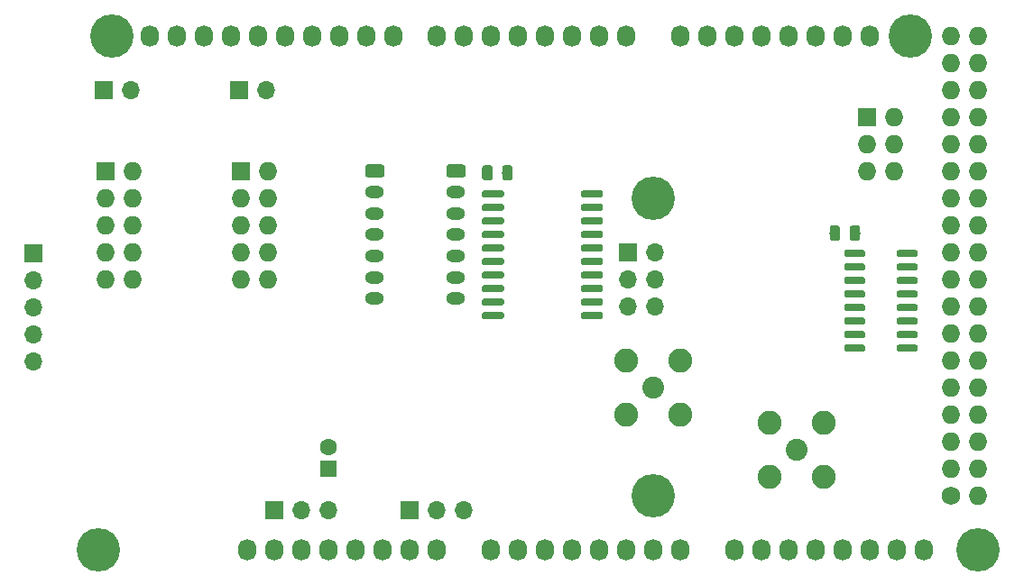
<source format=gbr>
%TF.GenerationSoftware,KiCad,Pcbnew,(5.1.2)-1*%
%TF.CreationDate,2020-03-11T09:00:43+01:00*%
%TF.ProjectId,ArduinoShield_SPIlinedriver_Sync_2V0,41726475-696e-46f5-9368-69656c645f53,rev?*%
%TF.SameCoordinates,Original*%
%TF.FileFunction,Soldermask,Bot*%
%TF.FilePolarity,Negative*%
%FSLAX46Y46*%
G04 Gerber Fmt 4.6, Leading zero omitted, Abs format (unit mm)*
G04 Created by KiCad (PCBNEW (5.1.2)-1) date 2020-03-11 09:00:43*
%MOMM*%
%LPD*%
G04 APERTURE LIST*
%ADD10R,1.727200X1.727200*%
%ADD11O,1.727200X1.727200*%
%ADD12C,1.600000*%
%ADD13R,1.600000X1.600000*%
%ADD14R,1.700000X1.700000*%
%ADD15O,1.700000X1.700000*%
%ADD16C,1.727200*%
%ADD17O,1.727200X2.032000*%
%ADD18C,4.064000*%
%ADD19C,0.100000*%
%ADD20C,0.975000*%
%ADD21O,1.800000X1.200000*%
%ADD22C,1.200000*%
%ADD23C,2.050000*%
%ADD24C,2.250000*%
%ADD25C,0.600000*%
G04 APERTURE END LIST*
D10*
X189484000Y-78486000D03*
D11*
X192024000Y-78486000D03*
X189484000Y-81026000D03*
X192024000Y-81026000D03*
X189484000Y-83566000D03*
X192024000Y-83566000D03*
X120523000Y-93726000D03*
X117983000Y-93726000D03*
X120523000Y-91186000D03*
X117983000Y-91186000D03*
X120523000Y-88646000D03*
X117983000Y-88646000D03*
X120523000Y-86106000D03*
X117983000Y-86106000D03*
X120523000Y-83566000D03*
D10*
X117983000Y-83566000D03*
D11*
X133223000Y-93726000D03*
X130683000Y-93726000D03*
X133223000Y-91186000D03*
X130683000Y-91186000D03*
X133223000Y-88646000D03*
X130683000Y-88646000D03*
X133223000Y-86106000D03*
X130683000Y-86106000D03*
X133223000Y-83566000D03*
D10*
X130683000Y-83566000D03*
D12*
X138938000Y-109538000D03*
D13*
X138938000Y-111538000D03*
D14*
X111226600Y-91338400D03*
D15*
X111226600Y-93878400D03*
X111226600Y-96418400D03*
X111226600Y-98958400D03*
X111226600Y-101498400D03*
D16*
X197358000Y-114046000D03*
D11*
X199898000Y-114046000D03*
X197358000Y-111506000D03*
X199898000Y-111506000D03*
X197358000Y-108966000D03*
X199898000Y-108966000D03*
X197358000Y-106426000D03*
X199898000Y-106426000D03*
X197358000Y-103886000D03*
X199898000Y-103886000D03*
X197358000Y-101346000D03*
X199898000Y-101346000D03*
X197358000Y-98806000D03*
X199898000Y-98806000D03*
X197358000Y-96266000D03*
X199898000Y-96266000D03*
X197358000Y-93726000D03*
X199898000Y-93726000D03*
X197358000Y-91186000D03*
X199898000Y-91186000D03*
X197358000Y-88646000D03*
X199898000Y-88646000D03*
X197358000Y-86106000D03*
X199898000Y-86106000D03*
X197358000Y-83566000D03*
X199898000Y-83566000D03*
X197358000Y-81026000D03*
X199898000Y-81026000D03*
X197358000Y-78486000D03*
X199898000Y-78486000D03*
X197358000Y-75946000D03*
X199898000Y-75946000D03*
X197358000Y-73406000D03*
X199898000Y-73406000D03*
X197358000Y-70866000D03*
X199898000Y-70866000D03*
D17*
X131318000Y-119126000D03*
X133858000Y-119126000D03*
X136398000Y-119126000D03*
X138938000Y-119126000D03*
X141478000Y-119126000D03*
X144018000Y-119126000D03*
X146558000Y-119126000D03*
X149098000Y-119126000D03*
X154178000Y-119126000D03*
X156718000Y-119126000D03*
X159258000Y-119126000D03*
X161798000Y-119126000D03*
X164338000Y-119126000D03*
X166878000Y-119126000D03*
X169418000Y-119126000D03*
X171958000Y-119126000D03*
X177038000Y-119126000D03*
X179578000Y-119126000D03*
X182118000Y-119126000D03*
X184658000Y-119126000D03*
X187198000Y-119126000D03*
X189738000Y-119126000D03*
X192278000Y-119126000D03*
X194818000Y-119126000D03*
X122174000Y-70866000D03*
X124714000Y-70866000D03*
X127254000Y-70866000D03*
X129794000Y-70866000D03*
X132334000Y-70866000D03*
X134874000Y-70866000D03*
X137414000Y-70866000D03*
X139954000Y-70866000D03*
X142494000Y-70866000D03*
X145034000Y-70866000D03*
X149098000Y-70866000D03*
X151638000Y-70866000D03*
X154178000Y-70866000D03*
X156718000Y-70866000D03*
X159258000Y-70866000D03*
X161798000Y-70866000D03*
X164338000Y-70866000D03*
X166878000Y-70866000D03*
X171958000Y-70866000D03*
X174498000Y-70866000D03*
X177038000Y-70866000D03*
X179578000Y-70866000D03*
X182118000Y-70866000D03*
X184658000Y-70866000D03*
X187198000Y-70866000D03*
X189738000Y-70866000D03*
D18*
X117348000Y-119126000D03*
X169418000Y-114046000D03*
X199898000Y-119126000D03*
X118618000Y-70866000D03*
X169418000Y-86106000D03*
X193548000Y-70866000D03*
D19*
G36*
X155969642Y-83044974D02*
G01*
X155993303Y-83048484D01*
X156016507Y-83054296D01*
X156039029Y-83062354D01*
X156060653Y-83072582D01*
X156081170Y-83084879D01*
X156100383Y-83099129D01*
X156118107Y-83115193D01*
X156134171Y-83132917D01*
X156148421Y-83152130D01*
X156160718Y-83172647D01*
X156170946Y-83194271D01*
X156179004Y-83216793D01*
X156184816Y-83239997D01*
X156188326Y-83263658D01*
X156189500Y-83287550D01*
X156189500Y-84200050D01*
X156188326Y-84223942D01*
X156184816Y-84247603D01*
X156179004Y-84270807D01*
X156170946Y-84293329D01*
X156160718Y-84314953D01*
X156148421Y-84335470D01*
X156134171Y-84354683D01*
X156118107Y-84372407D01*
X156100383Y-84388471D01*
X156081170Y-84402721D01*
X156060653Y-84415018D01*
X156039029Y-84425246D01*
X156016507Y-84433304D01*
X155993303Y-84439116D01*
X155969642Y-84442626D01*
X155945750Y-84443800D01*
X155458250Y-84443800D01*
X155434358Y-84442626D01*
X155410697Y-84439116D01*
X155387493Y-84433304D01*
X155364971Y-84425246D01*
X155343347Y-84415018D01*
X155322830Y-84402721D01*
X155303617Y-84388471D01*
X155285893Y-84372407D01*
X155269829Y-84354683D01*
X155255579Y-84335470D01*
X155243282Y-84314953D01*
X155233054Y-84293329D01*
X155224996Y-84270807D01*
X155219184Y-84247603D01*
X155215674Y-84223942D01*
X155214500Y-84200050D01*
X155214500Y-83287550D01*
X155215674Y-83263658D01*
X155219184Y-83239997D01*
X155224996Y-83216793D01*
X155233054Y-83194271D01*
X155243282Y-83172647D01*
X155255579Y-83152130D01*
X155269829Y-83132917D01*
X155285893Y-83115193D01*
X155303617Y-83099129D01*
X155322830Y-83084879D01*
X155343347Y-83072582D01*
X155364971Y-83062354D01*
X155387493Y-83054296D01*
X155410697Y-83048484D01*
X155434358Y-83044974D01*
X155458250Y-83043800D01*
X155945750Y-83043800D01*
X155969642Y-83044974D01*
X155969642Y-83044974D01*
G37*
D20*
X155702000Y-83743800D03*
D19*
G36*
X154094642Y-83044974D02*
G01*
X154118303Y-83048484D01*
X154141507Y-83054296D01*
X154164029Y-83062354D01*
X154185653Y-83072582D01*
X154206170Y-83084879D01*
X154225383Y-83099129D01*
X154243107Y-83115193D01*
X154259171Y-83132917D01*
X154273421Y-83152130D01*
X154285718Y-83172647D01*
X154295946Y-83194271D01*
X154304004Y-83216793D01*
X154309816Y-83239997D01*
X154313326Y-83263658D01*
X154314500Y-83287550D01*
X154314500Y-84200050D01*
X154313326Y-84223942D01*
X154309816Y-84247603D01*
X154304004Y-84270807D01*
X154295946Y-84293329D01*
X154285718Y-84314953D01*
X154273421Y-84335470D01*
X154259171Y-84354683D01*
X154243107Y-84372407D01*
X154225383Y-84388471D01*
X154206170Y-84402721D01*
X154185653Y-84415018D01*
X154164029Y-84425246D01*
X154141507Y-84433304D01*
X154118303Y-84439116D01*
X154094642Y-84442626D01*
X154070750Y-84443800D01*
X153583250Y-84443800D01*
X153559358Y-84442626D01*
X153535697Y-84439116D01*
X153512493Y-84433304D01*
X153489971Y-84425246D01*
X153468347Y-84415018D01*
X153447830Y-84402721D01*
X153428617Y-84388471D01*
X153410893Y-84372407D01*
X153394829Y-84354683D01*
X153380579Y-84335470D01*
X153368282Y-84314953D01*
X153358054Y-84293329D01*
X153349996Y-84270807D01*
X153344184Y-84247603D01*
X153340674Y-84223942D01*
X153339500Y-84200050D01*
X153339500Y-83287550D01*
X153340674Y-83263658D01*
X153344184Y-83239997D01*
X153349996Y-83216793D01*
X153358054Y-83194271D01*
X153368282Y-83172647D01*
X153380579Y-83152130D01*
X153394829Y-83132917D01*
X153410893Y-83115193D01*
X153428617Y-83099129D01*
X153447830Y-83084879D01*
X153468347Y-83072582D01*
X153489971Y-83062354D01*
X153512493Y-83054296D01*
X153535697Y-83048484D01*
X153559358Y-83044974D01*
X153583250Y-83043800D01*
X154070750Y-83043800D01*
X154094642Y-83044974D01*
X154094642Y-83044974D01*
G37*
D20*
X153827000Y-83743800D03*
D19*
G36*
X188578642Y-88709174D02*
G01*
X188602303Y-88712684D01*
X188625507Y-88718496D01*
X188648029Y-88726554D01*
X188669653Y-88736782D01*
X188690170Y-88749079D01*
X188709383Y-88763329D01*
X188727107Y-88779393D01*
X188743171Y-88797117D01*
X188757421Y-88816330D01*
X188769718Y-88836847D01*
X188779946Y-88858471D01*
X188788004Y-88880993D01*
X188793816Y-88904197D01*
X188797326Y-88927858D01*
X188798500Y-88951750D01*
X188798500Y-89864250D01*
X188797326Y-89888142D01*
X188793816Y-89911803D01*
X188788004Y-89935007D01*
X188779946Y-89957529D01*
X188769718Y-89979153D01*
X188757421Y-89999670D01*
X188743171Y-90018883D01*
X188727107Y-90036607D01*
X188709383Y-90052671D01*
X188690170Y-90066921D01*
X188669653Y-90079218D01*
X188648029Y-90089446D01*
X188625507Y-90097504D01*
X188602303Y-90103316D01*
X188578642Y-90106826D01*
X188554750Y-90108000D01*
X188067250Y-90108000D01*
X188043358Y-90106826D01*
X188019697Y-90103316D01*
X187996493Y-90097504D01*
X187973971Y-90089446D01*
X187952347Y-90079218D01*
X187931830Y-90066921D01*
X187912617Y-90052671D01*
X187894893Y-90036607D01*
X187878829Y-90018883D01*
X187864579Y-89999670D01*
X187852282Y-89979153D01*
X187842054Y-89957529D01*
X187833996Y-89935007D01*
X187828184Y-89911803D01*
X187824674Y-89888142D01*
X187823500Y-89864250D01*
X187823500Y-88951750D01*
X187824674Y-88927858D01*
X187828184Y-88904197D01*
X187833996Y-88880993D01*
X187842054Y-88858471D01*
X187852282Y-88836847D01*
X187864579Y-88816330D01*
X187878829Y-88797117D01*
X187894893Y-88779393D01*
X187912617Y-88763329D01*
X187931830Y-88749079D01*
X187952347Y-88736782D01*
X187973971Y-88726554D01*
X187996493Y-88718496D01*
X188019697Y-88712684D01*
X188043358Y-88709174D01*
X188067250Y-88708000D01*
X188554750Y-88708000D01*
X188578642Y-88709174D01*
X188578642Y-88709174D01*
G37*
D20*
X188311000Y-89408000D03*
D19*
G36*
X186703642Y-88709174D02*
G01*
X186727303Y-88712684D01*
X186750507Y-88718496D01*
X186773029Y-88726554D01*
X186794653Y-88736782D01*
X186815170Y-88749079D01*
X186834383Y-88763329D01*
X186852107Y-88779393D01*
X186868171Y-88797117D01*
X186882421Y-88816330D01*
X186894718Y-88836847D01*
X186904946Y-88858471D01*
X186913004Y-88880993D01*
X186918816Y-88904197D01*
X186922326Y-88927858D01*
X186923500Y-88951750D01*
X186923500Y-89864250D01*
X186922326Y-89888142D01*
X186918816Y-89911803D01*
X186913004Y-89935007D01*
X186904946Y-89957529D01*
X186894718Y-89979153D01*
X186882421Y-89999670D01*
X186868171Y-90018883D01*
X186852107Y-90036607D01*
X186834383Y-90052671D01*
X186815170Y-90066921D01*
X186794653Y-90079218D01*
X186773029Y-90089446D01*
X186750507Y-90097504D01*
X186727303Y-90103316D01*
X186703642Y-90106826D01*
X186679750Y-90108000D01*
X186192250Y-90108000D01*
X186168358Y-90106826D01*
X186144697Y-90103316D01*
X186121493Y-90097504D01*
X186098971Y-90089446D01*
X186077347Y-90079218D01*
X186056830Y-90066921D01*
X186037617Y-90052671D01*
X186019893Y-90036607D01*
X186003829Y-90018883D01*
X185989579Y-89999670D01*
X185977282Y-89979153D01*
X185967054Y-89957529D01*
X185958996Y-89935007D01*
X185953184Y-89911803D01*
X185949674Y-89888142D01*
X185948500Y-89864250D01*
X185948500Y-88951750D01*
X185949674Y-88927858D01*
X185953184Y-88904197D01*
X185958996Y-88880993D01*
X185967054Y-88858471D01*
X185977282Y-88836847D01*
X185989579Y-88816330D01*
X186003829Y-88797117D01*
X186019893Y-88779393D01*
X186037617Y-88763329D01*
X186056830Y-88749079D01*
X186077347Y-88736782D01*
X186098971Y-88726554D01*
X186121493Y-88718496D01*
X186144697Y-88712684D01*
X186168358Y-88709174D01*
X186192250Y-88708000D01*
X186679750Y-88708000D01*
X186703642Y-88709174D01*
X186703642Y-88709174D01*
G37*
D20*
X186436000Y-89408000D03*
D21*
X150876000Y-95566000D03*
X150876000Y-93566000D03*
X150876000Y-91566000D03*
X150876000Y-89566000D03*
X150876000Y-87566000D03*
X150876000Y-85566000D03*
D19*
G36*
X151550505Y-82967204D02*
G01*
X151574773Y-82970804D01*
X151598572Y-82976765D01*
X151621671Y-82985030D01*
X151643850Y-82995520D01*
X151664893Y-83008132D01*
X151684599Y-83022747D01*
X151702777Y-83039223D01*
X151719253Y-83057401D01*
X151733868Y-83077107D01*
X151746480Y-83098150D01*
X151756970Y-83120329D01*
X151765235Y-83143428D01*
X151771196Y-83167227D01*
X151774796Y-83191495D01*
X151776000Y-83215999D01*
X151776000Y-83916001D01*
X151774796Y-83940505D01*
X151771196Y-83964773D01*
X151765235Y-83988572D01*
X151756970Y-84011671D01*
X151746480Y-84033850D01*
X151733868Y-84054893D01*
X151719253Y-84074599D01*
X151702777Y-84092777D01*
X151684599Y-84109253D01*
X151664893Y-84123868D01*
X151643850Y-84136480D01*
X151621671Y-84146970D01*
X151598572Y-84155235D01*
X151574773Y-84161196D01*
X151550505Y-84164796D01*
X151526001Y-84166000D01*
X150225999Y-84166000D01*
X150201495Y-84164796D01*
X150177227Y-84161196D01*
X150153428Y-84155235D01*
X150130329Y-84146970D01*
X150108150Y-84136480D01*
X150087107Y-84123868D01*
X150067401Y-84109253D01*
X150049223Y-84092777D01*
X150032747Y-84074599D01*
X150018132Y-84054893D01*
X150005520Y-84033850D01*
X149995030Y-84011671D01*
X149986765Y-83988572D01*
X149980804Y-83964773D01*
X149977204Y-83940505D01*
X149976000Y-83916001D01*
X149976000Y-83215999D01*
X149977204Y-83191495D01*
X149980804Y-83167227D01*
X149986765Y-83143428D01*
X149995030Y-83120329D01*
X150005520Y-83098150D01*
X150018132Y-83077107D01*
X150032747Y-83057401D01*
X150049223Y-83039223D01*
X150067401Y-83022747D01*
X150087107Y-83008132D01*
X150108150Y-82995520D01*
X150130329Y-82985030D01*
X150153428Y-82976765D01*
X150177227Y-82970804D01*
X150201495Y-82967204D01*
X150225999Y-82966000D01*
X151526001Y-82966000D01*
X151550505Y-82967204D01*
X151550505Y-82967204D01*
G37*
D22*
X150876000Y-83566000D03*
D14*
X167005000Y-91211400D03*
D15*
X169545000Y-91211400D03*
X167005000Y-93751400D03*
X169545000Y-93751400D03*
X167005000Y-96291400D03*
X169545000Y-96291400D03*
D19*
G36*
X143930505Y-82967204D02*
G01*
X143954773Y-82970804D01*
X143978572Y-82976765D01*
X144001671Y-82985030D01*
X144023850Y-82995520D01*
X144044893Y-83008132D01*
X144064599Y-83022747D01*
X144082777Y-83039223D01*
X144099253Y-83057401D01*
X144113868Y-83077107D01*
X144126480Y-83098150D01*
X144136970Y-83120329D01*
X144145235Y-83143428D01*
X144151196Y-83167227D01*
X144154796Y-83191495D01*
X144156000Y-83215999D01*
X144156000Y-83916001D01*
X144154796Y-83940505D01*
X144151196Y-83964773D01*
X144145235Y-83988572D01*
X144136970Y-84011671D01*
X144126480Y-84033850D01*
X144113868Y-84054893D01*
X144099253Y-84074599D01*
X144082777Y-84092777D01*
X144064599Y-84109253D01*
X144044893Y-84123868D01*
X144023850Y-84136480D01*
X144001671Y-84146970D01*
X143978572Y-84155235D01*
X143954773Y-84161196D01*
X143930505Y-84164796D01*
X143906001Y-84166000D01*
X142605999Y-84166000D01*
X142581495Y-84164796D01*
X142557227Y-84161196D01*
X142533428Y-84155235D01*
X142510329Y-84146970D01*
X142488150Y-84136480D01*
X142467107Y-84123868D01*
X142447401Y-84109253D01*
X142429223Y-84092777D01*
X142412747Y-84074599D01*
X142398132Y-84054893D01*
X142385520Y-84033850D01*
X142375030Y-84011671D01*
X142366765Y-83988572D01*
X142360804Y-83964773D01*
X142357204Y-83940505D01*
X142356000Y-83916001D01*
X142356000Y-83215999D01*
X142357204Y-83191495D01*
X142360804Y-83167227D01*
X142366765Y-83143428D01*
X142375030Y-83120329D01*
X142385520Y-83098150D01*
X142398132Y-83077107D01*
X142412747Y-83057401D01*
X142429223Y-83039223D01*
X142447401Y-83022747D01*
X142467107Y-83008132D01*
X142488150Y-82995520D01*
X142510329Y-82985030D01*
X142533428Y-82976765D01*
X142557227Y-82970804D01*
X142581495Y-82967204D01*
X142605999Y-82966000D01*
X143906001Y-82966000D01*
X143930505Y-82967204D01*
X143930505Y-82967204D01*
G37*
D22*
X143256000Y-83566000D03*
D21*
X143256000Y-85566000D03*
X143256000Y-87566000D03*
X143256000Y-89566000D03*
X143256000Y-91566000D03*
X143256000Y-93566000D03*
X143256000Y-95566000D03*
D23*
X182880000Y-109728000D03*
D24*
X185420000Y-112268000D03*
X185420000Y-107188000D03*
X180340000Y-107188000D03*
X180340000Y-112268000D03*
X166878000Y-106426000D03*
X166878000Y-101346000D03*
X171958000Y-101346000D03*
X171958000Y-106426000D03*
D23*
X169418000Y-103886000D03*
D19*
G36*
X164543703Y-85425722D02*
G01*
X164558264Y-85427882D01*
X164572543Y-85431459D01*
X164586403Y-85436418D01*
X164599710Y-85442712D01*
X164612336Y-85450280D01*
X164624159Y-85459048D01*
X164635066Y-85468934D01*
X164644952Y-85479841D01*
X164653720Y-85491664D01*
X164661288Y-85504290D01*
X164667582Y-85517597D01*
X164672541Y-85531457D01*
X164676118Y-85545736D01*
X164678278Y-85560297D01*
X164679000Y-85575000D01*
X164679000Y-85875000D01*
X164678278Y-85889703D01*
X164676118Y-85904264D01*
X164672541Y-85918543D01*
X164667582Y-85932403D01*
X164661288Y-85945710D01*
X164653720Y-85958336D01*
X164644952Y-85970159D01*
X164635066Y-85981066D01*
X164624159Y-85990952D01*
X164612336Y-85999720D01*
X164599710Y-86007288D01*
X164586403Y-86013582D01*
X164572543Y-86018541D01*
X164558264Y-86022118D01*
X164543703Y-86024278D01*
X164529000Y-86025000D01*
X162779000Y-86025000D01*
X162764297Y-86024278D01*
X162749736Y-86022118D01*
X162735457Y-86018541D01*
X162721597Y-86013582D01*
X162708290Y-86007288D01*
X162695664Y-85999720D01*
X162683841Y-85990952D01*
X162672934Y-85981066D01*
X162663048Y-85970159D01*
X162654280Y-85958336D01*
X162646712Y-85945710D01*
X162640418Y-85932403D01*
X162635459Y-85918543D01*
X162631882Y-85904264D01*
X162629722Y-85889703D01*
X162629000Y-85875000D01*
X162629000Y-85575000D01*
X162629722Y-85560297D01*
X162631882Y-85545736D01*
X162635459Y-85531457D01*
X162640418Y-85517597D01*
X162646712Y-85504290D01*
X162654280Y-85491664D01*
X162663048Y-85479841D01*
X162672934Y-85468934D01*
X162683841Y-85459048D01*
X162695664Y-85450280D01*
X162708290Y-85442712D01*
X162721597Y-85436418D01*
X162735457Y-85431459D01*
X162749736Y-85427882D01*
X162764297Y-85425722D01*
X162779000Y-85425000D01*
X164529000Y-85425000D01*
X164543703Y-85425722D01*
X164543703Y-85425722D01*
G37*
D25*
X163654000Y-85725000D03*
D19*
G36*
X164543703Y-86695722D02*
G01*
X164558264Y-86697882D01*
X164572543Y-86701459D01*
X164586403Y-86706418D01*
X164599710Y-86712712D01*
X164612336Y-86720280D01*
X164624159Y-86729048D01*
X164635066Y-86738934D01*
X164644952Y-86749841D01*
X164653720Y-86761664D01*
X164661288Y-86774290D01*
X164667582Y-86787597D01*
X164672541Y-86801457D01*
X164676118Y-86815736D01*
X164678278Y-86830297D01*
X164679000Y-86845000D01*
X164679000Y-87145000D01*
X164678278Y-87159703D01*
X164676118Y-87174264D01*
X164672541Y-87188543D01*
X164667582Y-87202403D01*
X164661288Y-87215710D01*
X164653720Y-87228336D01*
X164644952Y-87240159D01*
X164635066Y-87251066D01*
X164624159Y-87260952D01*
X164612336Y-87269720D01*
X164599710Y-87277288D01*
X164586403Y-87283582D01*
X164572543Y-87288541D01*
X164558264Y-87292118D01*
X164543703Y-87294278D01*
X164529000Y-87295000D01*
X162779000Y-87295000D01*
X162764297Y-87294278D01*
X162749736Y-87292118D01*
X162735457Y-87288541D01*
X162721597Y-87283582D01*
X162708290Y-87277288D01*
X162695664Y-87269720D01*
X162683841Y-87260952D01*
X162672934Y-87251066D01*
X162663048Y-87240159D01*
X162654280Y-87228336D01*
X162646712Y-87215710D01*
X162640418Y-87202403D01*
X162635459Y-87188543D01*
X162631882Y-87174264D01*
X162629722Y-87159703D01*
X162629000Y-87145000D01*
X162629000Y-86845000D01*
X162629722Y-86830297D01*
X162631882Y-86815736D01*
X162635459Y-86801457D01*
X162640418Y-86787597D01*
X162646712Y-86774290D01*
X162654280Y-86761664D01*
X162663048Y-86749841D01*
X162672934Y-86738934D01*
X162683841Y-86729048D01*
X162695664Y-86720280D01*
X162708290Y-86712712D01*
X162721597Y-86706418D01*
X162735457Y-86701459D01*
X162749736Y-86697882D01*
X162764297Y-86695722D01*
X162779000Y-86695000D01*
X164529000Y-86695000D01*
X164543703Y-86695722D01*
X164543703Y-86695722D01*
G37*
D25*
X163654000Y-86995000D03*
D19*
G36*
X164543703Y-87965722D02*
G01*
X164558264Y-87967882D01*
X164572543Y-87971459D01*
X164586403Y-87976418D01*
X164599710Y-87982712D01*
X164612336Y-87990280D01*
X164624159Y-87999048D01*
X164635066Y-88008934D01*
X164644952Y-88019841D01*
X164653720Y-88031664D01*
X164661288Y-88044290D01*
X164667582Y-88057597D01*
X164672541Y-88071457D01*
X164676118Y-88085736D01*
X164678278Y-88100297D01*
X164679000Y-88115000D01*
X164679000Y-88415000D01*
X164678278Y-88429703D01*
X164676118Y-88444264D01*
X164672541Y-88458543D01*
X164667582Y-88472403D01*
X164661288Y-88485710D01*
X164653720Y-88498336D01*
X164644952Y-88510159D01*
X164635066Y-88521066D01*
X164624159Y-88530952D01*
X164612336Y-88539720D01*
X164599710Y-88547288D01*
X164586403Y-88553582D01*
X164572543Y-88558541D01*
X164558264Y-88562118D01*
X164543703Y-88564278D01*
X164529000Y-88565000D01*
X162779000Y-88565000D01*
X162764297Y-88564278D01*
X162749736Y-88562118D01*
X162735457Y-88558541D01*
X162721597Y-88553582D01*
X162708290Y-88547288D01*
X162695664Y-88539720D01*
X162683841Y-88530952D01*
X162672934Y-88521066D01*
X162663048Y-88510159D01*
X162654280Y-88498336D01*
X162646712Y-88485710D01*
X162640418Y-88472403D01*
X162635459Y-88458543D01*
X162631882Y-88444264D01*
X162629722Y-88429703D01*
X162629000Y-88415000D01*
X162629000Y-88115000D01*
X162629722Y-88100297D01*
X162631882Y-88085736D01*
X162635459Y-88071457D01*
X162640418Y-88057597D01*
X162646712Y-88044290D01*
X162654280Y-88031664D01*
X162663048Y-88019841D01*
X162672934Y-88008934D01*
X162683841Y-87999048D01*
X162695664Y-87990280D01*
X162708290Y-87982712D01*
X162721597Y-87976418D01*
X162735457Y-87971459D01*
X162749736Y-87967882D01*
X162764297Y-87965722D01*
X162779000Y-87965000D01*
X164529000Y-87965000D01*
X164543703Y-87965722D01*
X164543703Y-87965722D01*
G37*
D25*
X163654000Y-88265000D03*
D19*
G36*
X164543703Y-89235722D02*
G01*
X164558264Y-89237882D01*
X164572543Y-89241459D01*
X164586403Y-89246418D01*
X164599710Y-89252712D01*
X164612336Y-89260280D01*
X164624159Y-89269048D01*
X164635066Y-89278934D01*
X164644952Y-89289841D01*
X164653720Y-89301664D01*
X164661288Y-89314290D01*
X164667582Y-89327597D01*
X164672541Y-89341457D01*
X164676118Y-89355736D01*
X164678278Y-89370297D01*
X164679000Y-89385000D01*
X164679000Y-89685000D01*
X164678278Y-89699703D01*
X164676118Y-89714264D01*
X164672541Y-89728543D01*
X164667582Y-89742403D01*
X164661288Y-89755710D01*
X164653720Y-89768336D01*
X164644952Y-89780159D01*
X164635066Y-89791066D01*
X164624159Y-89800952D01*
X164612336Y-89809720D01*
X164599710Y-89817288D01*
X164586403Y-89823582D01*
X164572543Y-89828541D01*
X164558264Y-89832118D01*
X164543703Y-89834278D01*
X164529000Y-89835000D01*
X162779000Y-89835000D01*
X162764297Y-89834278D01*
X162749736Y-89832118D01*
X162735457Y-89828541D01*
X162721597Y-89823582D01*
X162708290Y-89817288D01*
X162695664Y-89809720D01*
X162683841Y-89800952D01*
X162672934Y-89791066D01*
X162663048Y-89780159D01*
X162654280Y-89768336D01*
X162646712Y-89755710D01*
X162640418Y-89742403D01*
X162635459Y-89728543D01*
X162631882Y-89714264D01*
X162629722Y-89699703D01*
X162629000Y-89685000D01*
X162629000Y-89385000D01*
X162629722Y-89370297D01*
X162631882Y-89355736D01*
X162635459Y-89341457D01*
X162640418Y-89327597D01*
X162646712Y-89314290D01*
X162654280Y-89301664D01*
X162663048Y-89289841D01*
X162672934Y-89278934D01*
X162683841Y-89269048D01*
X162695664Y-89260280D01*
X162708290Y-89252712D01*
X162721597Y-89246418D01*
X162735457Y-89241459D01*
X162749736Y-89237882D01*
X162764297Y-89235722D01*
X162779000Y-89235000D01*
X164529000Y-89235000D01*
X164543703Y-89235722D01*
X164543703Y-89235722D01*
G37*
D25*
X163654000Y-89535000D03*
D19*
G36*
X164543703Y-90505722D02*
G01*
X164558264Y-90507882D01*
X164572543Y-90511459D01*
X164586403Y-90516418D01*
X164599710Y-90522712D01*
X164612336Y-90530280D01*
X164624159Y-90539048D01*
X164635066Y-90548934D01*
X164644952Y-90559841D01*
X164653720Y-90571664D01*
X164661288Y-90584290D01*
X164667582Y-90597597D01*
X164672541Y-90611457D01*
X164676118Y-90625736D01*
X164678278Y-90640297D01*
X164679000Y-90655000D01*
X164679000Y-90955000D01*
X164678278Y-90969703D01*
X164676118Y-90984264D01*
X164672541Y-90998543D01*
X164667582Y-91012403D01*
X164661288Y-91025710D01*
X164653720Y-91038336D01*
X164644952Y-91050159D01*
X164635066Y-91061066D01*
X164624159Y-91070952D01*
X164612336Y-91079720D01*
X164599710Y-91087288D01*
X164586403Y-91093582D01*
X164572543Y-91098541D01*
X164558264Y-91102118D01*
X164543703Y-91104278D01*
X164529000Y-91105000D01*
X162779000Y-91105000D01*
X162764297Y-91104278D01*
X162749736Y-91102118D01*
X162735457Y-91098541D01*
X162721597Y-91093582D01*
X162708290Y-91087288D01*
X162695664Y-91079720D01*
X162683841Y-91070952D01*
X162672934Y-91061066D01*
X162663048Y-91050159D01*
X162654280Y-91038336D01*
X162646712Y-91025710D01*
X162640418Y-91012403D01*
X162635459Y-90998543D01*
X162631882Y-90984264D01*
X162629722Y-90969703D01*
X162629000Y-90955000D01*
X162629000Y-90655000D01*
X162629722Y-90640297D01*
X162631882Y-90625736D01*
X162635459Y-90611457D01*
X162640418Y-90597597D01*
X162646712Y-90584290D01*
X162654280Y-90571664D01*
X162663048Y-90559841D01*
X162672934Y-90548934D01*
X162683841Y-90539048D01*
X162695664Y-90530280D01*
X162708290Y-90522712D01*
X162721597Y-90516418D01*
X162735457Y-90511459D01*
X162749736Y-90507882D01*
X162764297Y-90505722D01*
X162779000Y-90505000D01*
X164529000Y-90505000D01*
X164543703Y-90505722D01*
X164543703Y-90505722D01*
G37*
D25*
X163654000Y-90805000D03*
D19*
G36*
X164543703Y-91775722D02*
G01*
X164558264Y-91777882D01*
X164572543Y-91781459D01*
X164586403Y-91786418D01*
X164599710Y-91792712D01*
X164612336Y-91800280D01*
X164624159Y-91809048D01*
X164635066Y-91818934D01*
X164644952Y-91829841D01*
X164653720Y-91841664D01*
X164661288Y-91854290D01*
X164667582Y-91867597D01*
X164672541Y-91881457D01*
X164676118Y-91895736D01*
X164678278Y-91910297D01*
X164679000Y-91925000D01*
X164679000Y-92225000D01*
X164678278Y-92239703D01*
X164676118Y-92254264D01*
X164672541Y-92268543D01*
X164667582Y-92282403D01*
X164661288Y-92295710D01*
X164653720Y-92308336D01*
X164644952Y-92320159D01*
X164635066Y-92331066D01*
X164624159Y-92340952D01*
X164612336Y-92349720D01*
X164599710Y-92357288D01*
X164586403Y-92363582D01*
X164572543Y-92368541D01*
X164558264Y-92372118D01*
X164543703Y-92374278D01*
X164529000Y-92375000D01*
X162779000Y-92375000D01*
X162764297Y-92374278D01*
X162749736Y-92372118D01*
X162735457Y-92368541D01*
X162721597Y-92363582D01*
X162708290Y-92357288D01*
X162695664Y-92349720D01*
X162683841Y-92340952D01*
X162672934Y-92331066D01*
X162663048Y-92320159D01*
X162654280Y-92308336D01*
X162646712Y-92295710D01*
X162640418Y-92282403D01*
X162635459Y-92268543D01*
X162631882Y-92254264D01*
X162629722Y-92239703D01*
X162629000Y-92225000D01*
X162629000Y-91925000D01*
X162629722Y-91910297D01*
X162631882Y-91895736D01*
X162635459Y-91881457D01*
X162640418Y-91867597D01*
X162646712Y-91854290D01*
X162654280Y-91841664D01*
X162663048Y-91829841D01*
X162672934Y-91818934D01*
X162683841Y-91809048D01*
X162695664Y-91800280D01*
X162708290Y-91792712D01*
X162721597Y-91786418D01*
X162735457Y-91781459D01*
X162749736Y-91777882D01*
X162764297Y-91775722D01*
X162779000Y-91775000D01*
X164529000Y-91775000D01*
X164543703Y-91775722D01*
X164543703Y-91775722D01*
G37*
D25*
X163654000Y-92075000D03*
D19*
G36*
X164543703Y-93045722D02*
G01*
X164558264Y-93047882D01*
X164572543Y-93051459D01*
X164586403Y-93056418D01*
X164599710Y-93062712D01*
X164612336Y-93070280D01*
X164624159Y-93079048D01*
X164635066Y-93088934D01*
X164644952Y-93099841D01*
X164653720Y-93111664D01*
X164661288Y-93124290D01*
X164667582Y-93137597D01*
X164672541Y-93151457D01*
X164676118Y-93165736D01*
X164678278Y-93180297D01*
X164679000Y-93195000D01*
X164679000Y-93495000D01*
X164678278Y-93509703D01*
X164676118Y-93524264D01*
X164672541Y-93538543D01*
X164667582Y-93552403D01*
X164661288Y-93565710D01*
X164653720Y-93578336D01*
X164644952Y-93590159D01*
X164635066Y-93601066D01*
X164624159Y-93610952D01*
X164612336Y-93619720D01*
X164599710Y-93627288D01*
X164586403Y-93633582D01*
X164572543Y-93638541D01*
X164558264Y-93642118D01*
X164543703Y-93644278D01*
X164529000Y-93645000D01*
X162779000Y-93645000D01*
X162764297Y-93644278D01*
X162749736Y-93642118D01*
X162735457Y-93638541D01*
X162721597Y-93633582D01*
X162708290Y-93627288D01*
X162695664Y-93619720D01*
X162683841Y-93610952D01*
X162672934Y-93601066D01*
X162663048Y-93590159D01*
X162654280Y-93578336D01*
X162646712Y-93565710D01*
X162640418Y-93552403D01*
X162635459Y-93538543D01*
X162631882Y-93524264D01*
X162629722Y-93509703D01*
X162629000Y-93495000D01*
X162629000Y-93195000D01*
X162629722Y-93180297D01*
X162631882Y-93165736D01*
X162635459Y-93151457D01*
X162640418Y-93137597D01*
X162646712Y-93124290D01*
X162654280Y-93111664D01*
X162663048Y-93099841D01*
X162672934Y-93088934D01*
X162683841Y-93079048D01*
X162695664Y-93070280D01*
X162708290Y-93062712D01*
X162721597Y-93056418D01*
X162735457Y-93051459D01*
X162749736Y-93047882D01*
X162764297Y-93045722D01*
X162779000Y-93045000D01*
X164529000Y-93045000D01*
X164543703Y-93045722D01*
X164543703Y-93045722D01*
G37*
D25*
X163654000Y-93345000D03*
D19*
G36*
X164543703Y-94315722D02*
G01*
X164558264Y-94317882D01*
X164572543Y-94321459D01*
X164586403Y-94326418D01*
X164599710Y-94332712D01*
X164612336Y-94340280D01*
X164624159Y-94349048D01*
X164635066Y-94358934D01*
X164644952Y-94369841D01*
X164653720Y-94381664D01*
X164661288Y-94394290D01*
X164667582Y-94407597D01*
X164672541Y-94421457D01*
X164676118Y-94435736D01*
X164678278Y-94450297D01*
X164679000Y-94465000D01*
X164679000Y-94765000D01*
X164678278Y-94779703D01*
X164676118Y-94794264D01*
X164672541Y-94808543D01*
X164667582Y-94822403D01*
X164661288Y-94835710D01*
X164653720Y-94848336D01*
X164644952Y-94860159D01*
X164635066Y-94871066D01*
X164624159Y-94880952D01*
X164612336Y-94889720D01*
X164599710Y-94897288D01*
X164586403Y-94903582D01*
X164572543Y-94908541D01*
X164558264Y-94912118D01*
X164543703Y-94914278D01*
X164529000Y-94915000D01*
X162779000Y-94915000D01*
X162764297Y-94914278D01*
X162749736Y-94912118D01*
X162735457Y-94908541D01*
X162721597Y-94903582D01*
X162708290Y-94897288D01*
X162695664Y-94889720D01*
X162683841Y-94880952D01*
X162672934Y-94871066D01*
X162663048Y-94860159D01*
X162654280Y-94848336D01*
X162646712Y-94835710D01*
X162640418Y-94822403D01*
X162635459Y-94808543D01*
X162631882Y-94794264D01*
X162629722Y-94779703D01*
X162629000Y-94765000D01*
X162629000Y-94465000D01*
X162629722Y-94450297D01*
X162631882Y-94435736D01*
X162635459Y-94421457D01*
X162640418Y-94407597D01*
X162646712Y-94394290D01*
X162654280Y-94381664D01*
X162663048Y-94369841D01*
X162672934Y-94358934D01*
X162683841Y-94349048D01*
X162695664Y-94340280D01*
X162708290Y-94332712D01*
X162721597Y-94326418D01*
X162735457Y-94321459D01*
X162749736Y-94317882D01*
X162764297Y-94315722D01*
X162779000Y-94315000D01*
X164529000Y-94315000D01*
X164543703Y-94315722D01*
X164543703Y-94315722D01*
G37*
D25*
X163654000Y-94615000D03*
D19*
G36*
X164543703Y-95585722D02*
G01*
X164558264Y-95587882D01*
X164572543Y-95591459D01*
X164586403Y-95596418D01*
X164599710Y-95602712D01*
X164612336Y-95610280D01*
X164624159Y-95619048D01*
X164635066Y-95628934D01*
X164644952Y-95639841D01*
X164653720Y-95651664D01*
X164661288Y-95664290D01*
X164667582Y-95677597D01*
X164672541Y-95691457D01*
X164676118Y-95705736D01*
X164678278Y-95720297D01*
X164679000Y-95735000D01*
X164679000Y-96035000D01*
X164678278Y-96049703D01*
X164676118Y-96064264D01*
X164672541Y-96078543D01*
X164667582Y-96092403D01*
X164661288Y-96105710D01*
X164653720Y-96118336D01*
X164644952Y-96130159D01*
X164635066Y-96141066D01*
X164624159Y-96150952D01*
X164612336Y-96159720D01*
X164599710Y-96167288D01*
X164586403Y-96173582D01*
X164572543Y-96178541D01*
X164558264Y-96182118D01*
X164543703Y-96184278D01*
X164529000Y-96185000D01*
X162779000Y-96185000D01*
X162764297Y-96184278D01*
X162749736Y-96182118D01*
X162735457Y-96178541D01*
X162721597Y-96173582D01*
X162708290Y-96167288D01*
X162695664Y-96159720D01*
X162683841Y-96150952D01*
X162672934Y-96141066D01*
X162663048Y-96130159D01*
X162654280Y-96118336D01*
X162646712Y-96105710D01*
X162640418Y-96092403D01*
X162635459Y-96078543D01*
X162631882Y-96064264D01*
X162629722Y-96049703D01*
X162629000Y-96035000D01*
X162629000Y-95735000D01*
X162629722Y-95720297D01*
X162631882Y-95705736D01*
X162635459Y-95691457D01*
X162640418Y-95677597D01*
X162646712Y-95664290D01*
X162654280Y-95651664D01*
X162663048Y-95639841D01*
X162672934Y-95628934D01*
X162683841Y-95619048D01*
X162695664Y-95610280D01*
X162708290Y-95602712D01*
X162721597Y-95596418D01*
X162735457Y-95591459D01*
X162749736Y-95587882D01*
X162764297Y-95585722D01*
X162779000Y-95585000D01*
X164529000Y-95585000D01*
X164543703Y-95585722D01*
X164543703Y-95585722D01*
G37*
D25*
X163654000Y-95885000D03*
D19*
G36*
X164543703Y-96855722D02*
G01*
X164558264Y-96857882D01*
X164572543Y-96861459D01*
X164586403Y-96866418D01*
X164599710Y-96872712D01*
X164612336Y-96880280D01*
X164624159Y-96889048D01*
X164635066Y-96898934D01*
X164644952Y-96909841D01*
X164653720Y-96921664D01*
X164661288Y-96934290D01*
X164667582Y-96947597D01*
X164672541Y-96961457D01*
X164676118Y-96975736D01*
X164678278Y-96990297D01*
X164679000Y-97005000D01*
X164679000Y-97305000D01*
X164678278Y-97319703D01*
X164676118Y-97334264D01*
X164672541Y-97348543D01*
X164667582Y-97362403D01*
X164661288Y-97375710D01*
X164653720Y-97388336D01*
X164644952Y-97400159D01*
X164635066Y-97411066D01*
X164624159Y-97420952D01*
X164612336Y-97429720D01*
X164599710Y-97437288D01*
X164586403Y-97443582D01*
X164572543Y-97448541D01*
X164558264Y-97452118D01*
X164543703Y-97454278D01*
X164529000Y-97455000D01*
X162779000Y-97455000D01*
X162764297Y-97454278D01*
X162749736Y-97452118D01*
X162735457Y-97448541D01*
X162721597Y-97443582D01*
X162708290Y-97437288D01*
X162695664Y-97429720D01*
X162683841Y-97420952D01*
X162672934Y-97411066D01*
X162663048Y-97400159D01*
X162654280Y-97388336D01*
X162646712Y-97375710D01*
X162640418Y-97362403D01*
X162635459Y-97348543D01*
X162631882Y-97334264D01*
X162629722Y-97319703D01*
X162629000Y-97305000D01*
X162629000Y-97005000D01*
X162629722Y-96990297D01*
X162631882Y-96975736D01*
X162635459Y-96961457D01*
X162640418Y-96947597D01*
X162646712Y-96934290D01*
X162654280Y-96921664D01*
X162663048Y-96909841D01*
X162672934Y-96898934D01*
X162683841Y-96889048D01*
X162695664Y-96880280D01*
X162708290Y-96872712D01*
X162721597Y-96866418D01*
X162735457Y-96861459D01*
X162749736Y-96857882D01*
X162764297Y-96855722D01*
X162779000Y-96855000D01*
X164529000Y-96855000D01*
X164543703Y-96855722D01*
X164543703Y-96855722D01*
G37*
D25*
X163654000Y-97155000D03*
D19*
G36*
X155243703Y-96855722D02*
G01*
X155258264Y-96857882D01*
X155272543Y-96861459D01*
X155286403Y-96866418D01*
X155299710Y-96872712D01*
X155312336Y-96880280D01*
X155324159Y-96889048D01*
X155335066Y-96898934D01*
X155344952Y-96909841D01*
X155353720Y-96921664D01*
X155361288Y-96934290D01*
X155367582Y-96947597D01*
X155372541Y-96961457D01*
X155376118Y-96975736D01*
X155378278Y-96990297D01*
X155379000Y-97005000D01*
X155379000Y-97305000D01*
X155378278Y-97319703D01*
X155376118Y-97334264D01*
X155372541Y-97348543D01*
X155367582Y-97362403D01*
X155361288Y-97375710D01*
X155353720Y-97388336D01*
X155344952Y-97400159D01*
X155335066Y-97411066D01*
X155324159Y-97420952D01*
X155312336Y-97429720D01*
X155299710Y-97437288D01*
X155286403Y-97443582D01*
X155272543Y-97448541D01*
X155258264Y-97452118D01*
X155243703Y-97454278D01*
X155229000Y-97455000D01*
X153479000Y-97455000D01*
X153464297Y-97454278D01*
X153449736Y-97452118D01*
X153435457Y-97448541D01*
X153421597Y-97443582D01*
X153408290Y-97437288D01*
X153395664Y-97429720D01*
X153383841Y-97420952D01*
X153372934Y-97411066D01*
X153363048Y-97400159D01*
X153354280Y-97388336D01*
X153346712Y-97375710D01*
X153340418Y-97362403D01*
X153335459Y-97348543D01*
X153331882Y-97334264D01*
X153329722Y-97319703D01*
X153329000Y-97305000D01*
X153329000Y-97005000D01*
X153329722Y-96990297D01*
X153331882Y-96975736D01*
X153335459Y-96961457D01*
X153340418Y-96947597D01*
X153346712Y-96934290D01*
X153354280Y-96921664D01*
X153363048Y-96909841D01*
X153372934Y-96898934D01*
X153383841Y-96889048D01*
X153395664Y-96880280D01*
X153408290Y-96872712D01*
X153421597Y-96866418D01*
X153435457Y-96861459D01*
X153449736Y-96857882D01*
X153464297Y-96855722D01*
X153479000Y-96855000D01*
X155229000Y-96855000D01*
X155243703Y-96855722D01*
X155243703Y-96855722D01*
G37*
D25*
X154354000Y-97155000D03*
D19*
G36*
X155243703Y-95585722D02*
G01*
X155258264Y-95587882D01*
X155272543Y-95591459D01*
X155286403Y-95596418D01*
X155299710Y-95602712D01*
X155312336Y-95610280D01*
X155324159Y-95619048D01*
X155335066Y-95628934D01*
X155344952Y-95639841D01*
X155353720Y-95651664D01*
X155361288Y-95664290D01*
X155367582Y-95677597D01*
X155372541Y-95691457D01*
X155376118Y-95705736D01*
X155378278Y-95720297D01*
X155379000Y-95735000D01*
X155379000Y-96035000D01*
X155378278Y-96049703D01*
X155376118Y-96064264D01*
X155372541Y-96078543D01*
X155367582Y-96092403D01*
X155361288Y-96105710D01*
X155353720Y-96118336D01*
X155344952Y-96130159D01*
X155335066Y-96141066D01*
X155324159Y-96150952D01*
X155312336Y-96159720D01*
X155299710Y-96167288D01*
X155286403Y-96173582D01*
X155272543Y-96178541D01*
X155258264Y-96182118D01*
X155243703Y-96184278D01*
X155229000Y-96185000D01*
X153479000Y-96185000D01*
X153464297Y-96184278D01*
X153449736Y-96182118D01*
X153435457Y-96178541D01*
X153421597Y-96173582D01*
X153408290Y-96167288D01*
X153395664Y-96159720D01*
X153383841Y-96150952D01*
X153372934Y-96141066D01*
X153363048Y-96130159D01*
X153354280Y-96118336D01*
X153346712Y-96105710D01*
X153340418Y-96092403D01*
X153335459Y-96078543D01*
X153331882Y-96064264D01*
X153329722Y-96049703D01*
X153329000Y-96035000D01*
X153329000Y-95735000D01*
X153329722Y-95720297D01*
X153331882Y-95705736D01*
X153335459Y-95691457D01*
X153340418Y-95677597D01*
X153346712Y-95664290D01*
X153354280Y-95651664D01*
X153363048Y-95639841D01*
X153372934Y-95628934D01*
X153383841Y-95619048D01*
X153395664Y-95610280D01*
X153408290Y-95602712D01*
X153421597Y-95596418D01*
X153435457Y-95591459D01*
X153449736Y-95587882D01*
X153464297Y-95585722D01*
X153479000Y-95585000D01*
X155229000Y-95585000D01*
X155243703Y-95585722D01*
X155243703Y-95585722D01*
G37*
D25*
X154354000Y-95885000D03*
D19*
G36*
X155243703Y-94315722D02*
G01*
X155258264Y-94317882D01*
X155272543Y-94321459D01*
X155286403Y-94326418D01*
X155299710Y-94332712D01*
X155312336Y-94340280D01*
X155324159Y-94349048D01*
X155335066Y-94358934D01*
X155344952Y-94369841D01*
X155353720Y-94381664D01*
X155361288Y-94394290D01*
X155367582Y-94407597D01*
X155372541Y-94421457D01*
X155376118Y-94435736D01*
X155378278Y-94450297D01*
X155379000Y-94465000D01*
X155379000Y-94765000D01*
X155378278Y-94779703D01*
X155376118Y-94794264D01*
X155372541Y-94808543D01*
X155367582Y-94822403D01*
X155361288Y-94835710D01*
X155353720Y-94848336D01*
X155344952Y-94860159D01*
X155335066Y-94871066D01*
X155324159Y-94880952D01*
X155312336Y-94889720D01*
X155299710Y-94897288D01*
X155286403Y-94903582D01*
X155272543Y-94908541D01*
X155258264Y-94912118D01*
X155243703Y-94914278D01*
X155229000Y-94915000D01*
X153479000Y-94915000D01*
X153464297Y-94914278D01*
X153449736Y-94912118D01*
X153435457Y-94908541D01*
X153421597Y-94903582D01*
X153408290Y-94897288D01*
X153395664Y-94889720D01*
X153383841Y-94880952D01*
X153372934Y-94871066D01*
X153363048Y-94860159D01*
X153354280Y-94848336D01*
X153346712Y-94835710D01*
X153340418Y-94822403D01*
X153335459Y-94808543D01*
X153331882Y-94794264D01*
X153329722Y-94779703D01*
X153329000Y-94765000D01*
X153329000Y-94465000D01*
X153329722Y-94450297D01*
X153331882Y-94435736D01*
X153335459Y-94421457D01*
X153340418Y-94407597D01*
X153346712Y-94394290D01*
X153354280Y-94381664D01*
X153363048Y-94369841D01*
X153372934Y-94358934D01*
X153383841Y-94349048D01*
X153395664Y-94340280D01*
X153408290Y-94332712D01*
X153421597Y-94326418D01*
X153435457Y-94321459D01*
X153449736Y-94317882D01*
X153464297Y-94315722D01*
X153479000Y-94315000D01*
X155229000Y-94315000D01*
X155243703Y-94315722D01*
X155243703Y-94315722D01*
G37*
D25*
X154354000Y-94615000D03*
D19*
G36*
X155243703Y-93045722D02*
G01*
X155258264Y-93047882D01*
X155272543Y-93051459D01*
X155286403Y-93056418D01*
X155299710Y-93062712D01*
X155312336Y-93070280D01*
X155324159Y-93079048D01*
X155335066Y-93088934D01*
X155344952Y-93099841D01*
X155353720Y-93111664D01*
X155361288Y-93124290D01*
X155367582Y-93137597D01*
X155372541Y-93151457D01*
X155376118Y-93165736D01*
X155378278Y-93180297D01*
X155379000Y-93195000D01*
X155379000Y-93495000D01*
X155378278Y-93509703D01*
X155376118Y-93524264D01*
X155372541Y-93538543D01*
X155367582Y-93552403D01*
X155361288Y-93565710D01*
X155353720Y-93578336D01*
X155344952Y-93590159D01*
X155335066Y-93601066D01*
X155324159Y-93610952D01*
X155312336Y-93619720D01*
X155299710Y-93627288D01*
X155286403Y-93633582D01*
X155272543Y-93638541D01*
X155258264Y-93642118D01*
X155243703Y-93644278D01*
X155229000Y-93645000D01*
X153479000Y-93645000D01*
X153464297Y-93644278D01*
X153449736Y-93642118D01*
X153435457Y-93638541D01*
X153421597Y-93633582D01*
X153408290Y-93627288D01*
X153395664Y-93619720D01*
X153383841Y-93610952D01*
X153372934Y-93601066D01*
X153363048Y-93590159D01*
X153354280Y-93578336D01*
X153346712Y-93565710D01*
X153340418Y-93552403D01*
X153335459Y-93538543D01*
X153331882Y-93524264D01*
X153329722Y-93509703D01*
X153329000Y-93495000D01*
X153329000Y-93195000D01*
X153329722Y-93180297D01*
X153331882Y-93165736D01*
X153335459Y-93151457D01*
X153340418Y-93137597D01*
X153346712Y-93124290D01*
X153354280Y-93111664D01*
X153363048Y-93099841D01*
X153372934Y-93088934D01*
X153383841Y-93079048D01*
X153395664Y-93070280D01*
X153408290Y-93062712D01*
X153421597Y-93056418D01*
X153435457Y-93051459D01*
X153449736Y-93047882D01*
X153464297Y-93045722D01*
X153479000Y-93045000D01*
X155229000Y-93045000D01*
X155243703Y-93045722D01*
X155243703Y-93045722D01*
G37*
D25*
X154354000Y-93345000D03*
D19*
G36*
X155243703Y-91775722D02*
G01*
X155258264Y-91777882D01*
X155272543Y-91781459D01*
X155286403Y-91786418D01*
X155299710Y-91792712D01*
X155312336Y-91800280D01*
X155324159Y-91809048D01*
X155335066Y-91818934D01*
X155344952Y-91829841D01*
X155353720Y-91841664D01*
X155361288Y-91854290D01*
X155367582Y-91867597D01*
X155372541Y-91881457D01*
X155376118Y-91895736D01*
X155378278Y-91910297D01*
X155379000Y-91925000D01*
X155379000Y-92225000D01*
X155378278Y-92239703D01*
X155376118Y-92254264D01*
X155372541Y-92268543D01*
X155367582Y-92282403D01*
X155361288Y-92295710D01*
X155353720Y-92308336D01*
X155344952Y-92320159D01*
X155335066Y-92331066D01*
X155324159Y-92340952D01*
X155312336Y-92349720D01*
X155299710Y-92357288D01*
X155286403Y-92363582D01*
X155272543Y-92368541D01*
X155258264Y-92372118D01*
X155243703Y-92374278D01*
X155229000Y-92375000D01*
X153479000Y-92375000D01*
X153464297Y-92374278D01*
X153449736Y-92372118D01*
X153435457Y-92368541D01*
X153421597Y-92363582D01*
X153408290Y-92357288D01*
X153395664Y-92349720D01*
X153383841Y-92340952D01*
X153372934Y-92331066D01*
X153363048Y-92320159D01*
X153354280Y-92308336D01*
X153346712Y-92295710D01*
X153340418Y-92282403D01*
X153335459Y-92268543D01*
X153331882Y-92254264D01*
X153329722Y-92239703D01*
X153329000Y-92225000D01*
X153329000Y-91925000D01*
X153329722Y-91910297D01*
X153331882Y-91895736D01*
X153335459Y-91881457D01*
X153340418Y-91867597D01*
X153346712Y-91854290D01*
X153354280Y-91841664D01*
X153363048Y-91829841D01*
X153372934Y-91818934D01*
X153383841Y-91809048D01*
X153395664Y-91800280D01*
X153408290Y-91792712D01*
X153421597Y-91786418D01*
X153435457Y-91781459D01*
X153449736Y-91777882D01*
X153464297Y-91775722D01*
X153479000Y-91775000D01*
X155229000Y-91775000D01*
X155243703Y-91775722D01*
X155243703Y-91775722D01*
G37*
D25*
X154354000Y-92075000D03*
D19*
G36*
X155243703Y-90505722D02*
G01*
X155258264Y-90507882D01*
X155272543Y-90511459D01*
X155286403Y-90516418D01*
X155299710Y-90522712D01*
X155312336Y-90530280D01*
X155324159Y-90539048D01*
X155335066Y-90548934D01*
X155344952Y-90559841D01*
X155353720Y-90571664D01*
X155361288Y-90584290D01*
X155367582Y-90597597D01*
X155372541Y-90611457D01*
X155376118Y-90625736D01*
X155378278Y-90640297D01*
X155379000Y-90655000D01*
X155379000Y-90955000D01*
X155378278Y-90969703D01*
X155376118Y-90984264D01*
X155372541Y-90998543D01*
X155367582Y-91012403D01*
X155361288Y-91025710D01*
X155353720Y-91038336D01*
X155344952Y-91050159D01*
X155335066Y-91061066D01*
X155324159Y-91070952D01*
X155312336Y-91079720D01*
X155299710Y-91087288D01*
X155286403Y-91093582D01*
X155272543Y-91098541D01*
X155258264Y-91102118D01*
X155243703Y-91104278D01*
X155229000Y-91105000D01*
X153479000Y-91105000D01*
X153464297Y-91104278D01*
X153449736Y-91102118D01*
X153435457Y-91098541D01*
X153421597Y-91093582D01*
X153408290Y-91087288D01*
X153395664Y-91079720D01*
X153383841Y-91070952D01*
X153372934Y-91061066D01*
X153363048Y-91050159D01*
X153354280Y-91038336D01*
X153346712Y-91025710D01*
X153340418Y-91012403D01*
X153335459Y-90998543D01*
X153331882Y-90984264D01*
X153329722Y-90969703D01*
X153329000Y-90955000D01*
X153329000Y-90655000D01*
X153329722Y-90640297D01*
X153331882Y-90625736D01*
X153335459Y-90611457D01*
X153340418Y-90597597D01*
X153346712Y-90584290D01*
X153354280Y-90571664D01*
X153363048Y-90559841D01*
X153372934Y-90548934D01*
X153383841Y-90539048D01*
X153395664Y-90530280D01*
X153408290Y-90522712D01*
X153421597Y-90516418D01*
X153435457Y-90511459D01*
X153449736Y-90507882D01*
X153464297Y-90505722D01*
X153479000Y-90505000D01*
X155229000Y-90505000D01*
X155243703Y-90505722D01*
X155243703Y-90505722D01*
G37*
D25*
X154354000Y-90805000D03*
D19*
G36*
X155243703Y-89235722D02*
G01*
X155258264Y-89237882D01*
X155272543Y-89241459D01*
X155286403Y-89246418D01*
X155299710Y-89252712D01*
X155312336Y-89260280D01*
X155324159Y-89269048D01*
X155335066Y-89278934D01*
X155344952Y-89289841D01*
X155353720Y-89301664D01*
X155361288Y-89314290D01*
X155367582Y-89327597D01*
X155372541Y-89341457D01*
X155376118Y-89355736D01*
X155378278Y-89370297D01*
X155379000Y-89385000D01*
X155379000Y-89685000D01*
X155378278Y-89699703D01*
X155376118Y-89714264D01*
X155372541Y-89728543D01*
X155367582Y-89742403D01*
X155361288Y-89755710D01*
X155353720Y-89768336D01*
X155344952Y-89780159D01*
X155335066Y-89791066D01*
X155324159Y-89800952D01*
X155312336Y-89809720D01*
X155299710Y-89817288D01*
X155286403Y-89823582D01*
X155272543Y-89828541D01*
X155258264Y-89832118D01*
X155243703Y-89834278D01*
X155229000Y-89835000D01*
X153479000Y-89835000D01*
X153464297Y-89834278D01*
X153449736Y-89832118D01*
X153435457Y-89828541D01*
X153421597Y-89823582D01*
X153408290Y-89817288D01*
X153395664Y-89809720D01*
X153383841Y-89800952D01*
X153372934Y-89791066D01*
X153363048Y-89780159D01*
X153354280Y-89768336D01*
X153346712Y-89755710D01*
X153340418Y-89742403D01*
X153335459Y-89728543D01*
X153331882Y-89714264D01*
X153329722Y-89699703D01*
X153329000Y-89685000D01*
X153329000Y-89385000D01*
X153329722Y-89370297D01*
X153331882Y-89355736D01*
X153335459Y-89341457D01*
X153340418Y-89327597D01*
X153346712Y-89314290D01*
X153354280Y-89301664D01*
X153363048Y-89289841D01*
X153372934Y-89278934D01*
X153383841Y-89269048D01*
X153395664Y-89260280D01*
X153408290Y-89252712D01*
X153421597Y-89246418D01*
X153435457Y-89241459D01*
X153449736Y-89237882D01*
X153464297Y-89235722D01*
X153479000Y-89235000D01*
X155229000Y-89235000D01*
X155243703Y-89235722D01*
X155243703Y-89235722D01*
G37*
D25*
X154354000Y-89535000D03*
D19*
G36*
X155243703Y-87965722D02*
G01*
X155258264Y-87967882D01*
X155272543Y-87971459D01*
X155286403Y-87976418D01*
X155299710Y-87982712D01*
X155312336Y-87990280D01*
X155324159Y-87999048D01*
X155335066Y-88008934D01*
X155344952Y-88019841D01*
X155353720Y-88031664D01*
X155361288Y-88044290D01*
X155367582Y-88057597D01*
X155372541Y-88071457D01*
X155376118Y-88085736D01*
X155378278Y-88100297D01*
X155379000Y-88115000D01*
X155379000Y-88415000D01*
X155378278Y-88429703D01*
X155376118Y-88444264D01*
X155372541Y-88458543D01*
X155367582Y-88472403D01*
X155361288Y-88485710D01*
X155353720Y-88498336D01*
X155344952Y-88510159D01*
X155335066Y-88521066D01*
X155324159Y-88530952D01*
X155312336Y-88539720D01*
X155299710Y-88547288D01*
X155286403Y-88553582D01*
X155272543Y-88558541D01*
X155258264Y-88562118D01*
X155243703Y-88564278D01*
X155229000Y-88565000D01*
X153479000Y-88565000D01*
X153464297Y-88564278D01*
X153449736Y-88562118D01*
X153435457Y-88558541D01*
X153421597Y-88553582D01*
X153408290Y-88547288D01*
X153395664Y-88539720D01*
X153383841Y-88530952D01*
X153372934Y-88521066D01*
X153363048Y-88510159D01*
X153354280Y-88498336D01*
X153346712Y-88485710D01*
X153340418Y-88472403D01*
X153335459Y-88458543D01*
X153331882Y-88444264D01*
X153329722Y-88429703D01*
X153329000Y-88415000D01*
X153329000Y-88115000D01*
X153329722Y-88100297D01*
X153331882Y-88085736D01*
X153335459Y-88071457D01*
X153340418Y-88057597D01*
X153346712Y-88044290D01*
X153354280Y-88031664D01*
X153363048Y-88019841D01*
X153372934Y-88008934D01*
X153383841Y-87999048D01*
X153395664Y-87990280D01*
X153408290Y-87982712D01*
X153421597Y-87976418D01*
X153435457Y-87971459D01*
X153449736Y-87967882D01*
X153464297Y-87965722D01*
X153479000Y-87965000D01*
X155229000Y-87965000D01*
X155243703Y-87965722D01*
X155243703Y-87965722D01*
G37*
D25*
X154354000Y-88265000D03*
D19*
G36*
X155243703Y-86695722D02*
G01*
X155258264Y-86697882D01*
X155272543Y-86701459D01*
X155286403Y-86706418D01*
X155299710Y-86712712D01*
X155312336Y-86720280D01*
X155324159Y-86729048D01*
X155335066Y-86738934D01*
X155344952Y-86749841D01*
X155353720Y-86761664D01*
X155361288Y-86774290D01*
X155367582Y-86787597D01*
X155372541Y-86801457D01*
X155376118Y-86815736D01*
X155378278Y-86830297D01*
X155379000Y-86845000D01*
X155379000Y-87145000D01*
X155378278Y-87159703D01*
X155376118Y-87174264D01*
X155372541Y-87188543D01*
X155367582Y-87202403D01*
X155361288Y-87215710D01*
X155353720Y-87228336D01*
X155344952Y-87240159D01*
X155335066Y-87251066D01*
X155324159Y-87260952D01*
X155312336Y-87269720D01*
X155299710Y-87277288D01*
X155286403Y-87283582D01*
X155272543Y-87288541D01*
X155258264Y-87292118D01*
X155243703Y-87294278D01*
X155229000Y-87295000D01*
X153479000Y-87295000D01*
X153464297Y-87294278D01*
X153449736Y-87292118D01*
X153435457Y-87288541D01*
X153421597Y-87283582D01*
X153408290Y-87277288D01*
X153395664Y-87269720D01*
X153383841Y-87260952D01*
X153372934Y-87251066D01*
X153363048Y-87240159D01*
X153354280Y-87228336D01*
X153346712Y-87215710D01*
X153340418Y-87202403D01*
X153335459Y-87188543D01*
X153331882Y-87174264D01*
X153329722Y-87159703D01*
X153329000Y-87145000D01*
X153329000Y-86845000D01*
X153329722Y-86830297D01*
X153331882Y-86815736D01*
X153335459Y-86801457D01*
X153340418Y-86787597D01*
X153346712Y-86774290D01*
X153354280Y-86761664D01*
X153363048Y-86749841D01*
X153372934Y-86738934D01*
X153383841Y-86729048D01*
X153395664Y-86720280D01*
X153408290Y-86712712D01*
X153421597Y-86706418D01*
X153435457Y-86701459D01*
X153449736Y-86697882D01*
X153464297Y-86695722D01*
X153479000Y-86695000D01*
X155229000Y-86695000D01*
X155243703Y-86695722D01*
X155243703Y-86695722D01*
G37*
D25*
X154354000Y-86995000D03*
D19*
G36*
X155243703Y-85425722D02*
G01*
X155258264Y-85427882D01*
X155272543Y-85431459D01*
X155286403Y-85436418D01*
X155299710Y-85442712D01*
X155312336Y-85450280D01*
X155324159Y-85459048D01*
X155335066Y-85468934D01*
X155344952Y-85479841D01*
X155353720Y-85491664D01*
X155361288Y-85504290D01*
X155367582Y-85517597D01*
X155372541Y-85531457D01*
X155376118Y-85545736D01*
X155378278Y-85560297D01*
X155379000Y-85575000D01*
X155379000Y-85875000D01*
X155378278Y-85889703D01*
X155376118Y-85904264D01*
X155372541Y-85918543D01*
X155367582Y-85932403D01*
X155361288Y-85945710D01*
X155353720Y-85958336D01*
X155344952Y-85970159D01*
X155335066Y-85981066D01*
X155324159Y-85990952D01*
X155312336Y-85999720D01*
X155299710Y-86007288D01*
X155286403Y-86013582D01*
X155272543Y-86018541D01*
X155258264Y-86022118D01*
X155243703Y-86024278D01*
X155229000Y-86025000D01*
X153479000Y-86025000D01*
X153464297Y-86024278D01*
X153449736Y-86022118D01*
X153435457Y-86018541D01*
X153421597Y-86013582D01*
X153408290Y-86007288D01*
X153395664Y-85999720D01*
X153383841Y-85990952D01*
X153372934Y-85981066D01*
X153363048Y-85970159D01*
X153354280Y-85958336D01*
X153346712Y-85945710D01*
X153340418Y-85932403D01*
X153335459Y-85918543D01*
X153331882Y-85904264D01*
X153329722Y-85889703D01*
X153329000Y-85875000D01*
X153329000Y-85575000D01*
X153329722Y-85560297D01*
X153331882Y-85545736D01*
X153335459Y-85531457D01*
X153340418Y-85517597D01*
X153346712Y-85504290D01*
X153354280Y-85491664D01*
X153363048Y-85479841D01*
X153372934Y-85468934D01*
X153383841Y-85459048D01*
X153395664Y-85450280D01*
X153408290Y-85442712D01*
X153421597Y-85436418D01*
X153435457Y-85431459D01*
X153449736Y-85427882D01*
X153464297Y-85425722D01*
X153479000Y-85425000D01*
X155229000Y-85425000D01*
X155243703Y-85425722D01*
X155243703Y-85425722D01*
G37*
D25*
X154354000Y-85725000D03*
D19*
G36*
X189118703Y-91013722D02*
G01*
X189133264Y-91015882D01*
X189147543Y-91019459D01*
X189161403Y-91024418D01*
X189174710Y-91030712D01*
X189187336Y-91038280D01*
X189199159Y-91047048D01*
X189210066Y-91056934D01*
X189219952Y-91067841D01*
X189228720Y-91079664D01*
X189236288Y-91092290D01*
X189242582Y-91105597D01*
X189247541Y-91119457D01*
X189251118Y-91133736D01*
X189253278Y-91148297D01*
X189254000Y-91163000D01*
X189254000Y-91463000D01*
X189253278Y-91477703D01*
X189251118Y-91492264D01*
X189247541Y-91506543D01*
X189242582Y-91520403D01*
X189236288Y-91533710D01*
X189228720Y-91546336D01*
X189219952Y-91558159D01*
X189210066Y-91569066D01*
X189199159Y-91578952D01*
X189187336Y-91587720D01*
X189174710Y-91595288D01*
X189161403Y-91601582D01*
X189147543Y-91606541D01*
X189133264Y-91610118D01*
X189118703Y-91612278D01*
X189104000Y-91613000D01*
X187454000Y-91613000D01*
X187439297Y-91612278D01*
X187424736Y-91610118D01*
X187410457Y-91606541D01*
X187396597Y-91601582D01*
X187383290Y-91595288D01*
X187370664Y-91587720D01*
X187358841Y-91578952D01*
X187347934Y-91569066D01*
X187338048Y-91558159D01*
X187329280Y-91546336D01*
X187321712Y-91533710D01*
X187315418Y-91520403D01*
X187310459Y-91506543D01*
X187306882Y-91492264D01*
X187304722Y-91477703D01*
X187304000Y-91463000D01*
X187304000Y-91163000D01*
X187304722Y-91148297D01*
X187306882Y-91133736D01*
X187310459Y-91119457D01*
X187315418Y-91105597D01*
X187321712Y-91092290D01*
X187329280Y-91079664D01*
X187338048Y-91067841D01*
X187347934Y-91056934D01*
X187358841Y-91047048D01*
X187370664Y-91038280D01*
X187383290Y-91030712D01*
X187396597Y-91024418D01*
X187410457Y-91019459D01*
X187424736Y-91015882D01*
X187439297Y-91013722D01*
X187454000Y-91013000D01*
X189104000Y-91013000D01*
X189118703Y-91013722D01*
X189118703Y-91013722D01*
G37*
D25*
X188279000Y-91313000D03*
D19*
G36*
X189118703Y-92283722D02*
G01*
X189133264Y-92285882D01*
X189147543Y-92289459D01*
X189161403Y-92294418D01*
X189174710Y-92300712D01*
X189187336Y-92308280D01*
X189199159Y-92317048D01*
X189210066Y-92326934D01*
X189219952Y-92337841D01*
X189228720Y-92349664D01*
X189236288Y-92362290D01*
X189242582Y-92375597D01*
X189247541Y-92389457D01*
X189251118Y-92403736D01*
X189253278Y-92418297D01*
X189254000Y-92433000D01*
X189254000Y-92733000D01*
X189253278Y-92747703D01*
X189251118Y-92762264D01*
X189247541Y-92776543D01*
X189242582Y-92790403D01*
X189236288Y-92803710D01*
X189228720Y-92816336D01*
X189219952Y-92828159D01*
X189210066Y-92839066D01*
X189199159Y-92848952D01*
X189187336Y-92857720D01*
X189174710Y-92865288D01*
X189161403Y-92871582D01*
X189147543Y-92876541D01*
X189133264Y-92880118D01*
X189118703Y-92882278D01*
X189104000Y-92883000D01*
X187454000Y-92883000D01*
X187439297Y-92882278D01*
X187424736Y-92880118D01*
X187410457Y-92876541D01*
X187396597Y-92871582D01*
X187383290Y-92865288D01*
X187370664Y-92857720D01*
X187358841Y-92848952D01*
X187347934Y-92839066D01*
X187338048Y-92828159D01*
X187329280Y-92816336D01*
X187321712Y-92803710D01*
X187315418Y-92790403D01*
X187310459Y-92776543D01*
X187306882Y-92762264D01*
X187304722Y-92747703D01*
X187304000Y-92733000D01*
X187304000Y-92433000D01*
X187304722Y-92418297D01*
X187306882Y-92403736D01*
X187310459Y-92389457D01*
X187315418Y-92375597D01*
X187321712Y-92362290D01*
X187329280Y-92349664D01*
X187338048Y-92337841D01*
X187347934Y-92326934D01*
X187358841Y-92317048D01*
X187370664Y-92308280D01*
X187383290Y-92300712D01*
X187396597Y-92294418D01*
X187410457Y-92289459D01*
X187424736Y-92285882D01*
X187439297Y-92283722D01*
X187454000Y-92283000D01*
X189104000Y-92283000D01*
X189118703Y-92283722D01*
X189118703Y-92283722D01*
G37*
D25*
X188279000Y-92583000D03*
D19*
G36*
X189118703Y-93553722D02*
G01*
X189133264Y-93555882D01*
X189147543Y-93559459D01*
X189161403Y-93564418D01*
X189174710Y-93570712D01*
X189187336Y-93578280D01*
X189199159Y-93587048D01*
X189210066Y-93596934D01*
X189219952Y-93607841D01*
X189228720Y-93619664D01*
X189236288Y-93632290D01*
X189242582Y-93645597D01*
X189247541Y-93659457D01*
X189251118Y-93673736D01*
X189253278Y-93688297D01*
X189254000Y-93703000D01*
X189254000Y-94003000D01*
X189253278Y-94017703D01*
X189251118Y-94032264D01*
X189247541Y-94046543D01*
X189242582Y-94060403D01*
X189236288Y-94073710D01*
X189228720Y-94086336D01*
X189219952Y-94098159D01*
X189210066Y-94109066D01*
X189199159Y-94118952D01*
X189187336Y-94127720D01*
X189174710Y-94135288D01*
X189161403Y-94141582D01*
X189147543Y-94146541D01*
X189133264Y-94150118D01*
X189118703Y-94152278D01*
X189104000Y-94153000D01*
X187454000Y-94153000D01*
X187439297Y-94152278D01*
X187424736Y-94150118D01*
X187410457Y-94146541D01*
X187396597Y-94141582D01*
X187383290Y-94135288D01*
X187370664Y-94127720D01*
X187358841Y-94118952D01*
X187347934Y-94109066D01*
X187338048Y-94098159D01*
X187329280Y-94086336D01*
X187321712Y-94073710D01*
X187315418Y-94060403D01*
X187310459Y-94046543D01*
X187306882Y-94032264D01*
X187304722Y-94017703D01*
X187304000Y-94003000D01*
X187304000Y-93703000D01*
X187304722Y-93688297D01*
X187306882Y-93673736D01*
X187310459Y-93659457D01*
X187315418Y-93645597D01*
X187321712Y-93632290D01*
X187329280Y-93619664D01*
X187338048Y-93607841D01*
X187347934Y-93596934D01*
X187358841Y-93587048D01*
X187370664Y-93578280D01*
X187383290Y-93570712D01*
X187396597Y-93564418D01*
X187410457Y-93559459D01*
X187424736Y-93555882D01*
X187439297Y-93553722D01*
X187454000Y-93553000D01*
X189104000Y-93553000D01*
X189118703Y-93553722D01*
X189118703Y-93553722D01*
G37*
D25*
X188279000Y-93853000D03*
D19*
G36*
X189118703Y-94823722D02*
G01*
X189133264Y-94825882D01*
X189147543Y-94829459D01*
X189161403Y-94834418D01*
X189174710Y-94840712D01*
X189187336Y-94848280D01*
X189199159Y-94857048D01*
X189210066Y-94866934D01*
X189219952Y-94877841D01*
X189228720Y-94889664D01*
X189236288Y-94902290D01*
X189242582Y-94915597D01*
X189247541Y-94929457D01*
X189251118Y-94943736D01*
X189253278Y-94958297D01*
X189254000Y-94973000D01*
X189254000Y-95273000D01*
X189253278Y-95287703D01*
X189251118Y-95302264D01*
X189247541Y-95316543D01*
X189242582Y-95330403D01*
X189236288Y-95343710D01*
X189228720Y-95356336D01*
X189219952Y-95368159D01*
X189210066Y-95379066D01*
X189199159Y-95388952D01*
X189187336Y-95397720D01*
X189174710Y-95405288D01*
X189161403Y-95411582D01*
X189147543Y-95416541D01*
X189133264Y-95420118D01*
X189118703Y-95422278D01*
X189104000Y-95423000D01*
X187454000Y-95423000D01*
X187439297Y-95422278D01*
X187424736Y-95420118D01*
X187410457Y-95416541D01*
X187396597Y-95411582D01*
X187383290Y-95405288D01*
X187370664Y-95397720D01*
X187358841Y-95388952D01*
X187347934Y-95379066D01*
X187338048Y-95368159D01*
X187329280Y-95356336D01*
X187321712Y-95343710D01*
X187315418Y-95330403D01*
X187310459Y-95316543D01*
X187306882Y-95302264D01*
X187304722Y-95287703D01*
X187304000Y-95273000D01*
X187304000Y-94973000D01*
X187304722Y-94958297D01*
X187306882Y-94943736D01*
X187310459Y-94929457D01*
X187315418Y-94915597D01*
X187321712Y-94902290D01*
X187329280Y-94889664D01*
X187338048Y-94877841D01*
X187347934Y-94866934D01*
X187358841Y-94857048D01*
X187370664Y-94848280D01*
X187383290Y-94840712D01*
X187396597Y-94834418D01*
X187410457Y-94829459D01*
X187424736Y-94825882D01*
X187439297Y-94823722D01*
X187454000Y-94823000D01*
X189104000Y-94823000D01*
X189118703Y-94823722D01*
X189118703Y-94823722D01*
G37*
D25*
X188279000Y-95123000D03*
D19*
G36*
X189118703Y-96093722D02*
G01*
X189133264Y-96095882D01*
X189147543Y-96099459D01*
X189161403Y-96104418D01*
X189174710Y-96110712D01*
X189187336Y-96118280D01*
X189199159Y-96127048D01*
X189210066Y-96136934D01*
X189219952Y-96147841D01*
X189228720Y-96159664D01*
X189236288Y-96172290D01*
X189242582Y-96185597D01*
X189247541Y-96199457D01*
X189251118Y-96213736D01*
X189253278Y-96228297D01*
X189254000Y-96243000D01*
X189254000Y-96543000D01*
X189253278Y-96557703D01*
X189251118Y-96572264D01*
X189247541Y-96586543D01*
X189242582Y-96600403D01*
X189236288Y-96613710D01*
X189228720Y-96626336D01*
X189219952Y-96638159D01*
X189210066Y-96649066D01*
X189199159Y-96658952D01*
X189187336Y-96667720D01*
X189174710Y-96675288D01*
X189161403Y-96681582D01*
X189147543Y-96686541D01*
X189133264Y-96690118D01*
X189118703Y-96692278D01*
X189104000Y-96693000D01*
X187454000Y-96693000D01*
X187439297Y-96692278D01*
X187424736Y-96690118D01*
X187410457Y-96686541D01*
X187396597Y-96681582D01*
X187383290Y-96675288D01*
X187370664Y-96667720D01*
X187358841Y-96658952D01*
X187347934Y-96649066D01*
X187338048Y-96638159D01*
X187329280Y-96626336D01*
X187321712Y-96613710D01*
X187315418Y-96600403D01*
X187310459Y-96586543D01*
X187306882Y-96572264D01*
X187304722Y-96557703D01*
X187304000Y-96543000D01*
X187304000Y-96243000D01*
X187304722Y-96228297D01*
X187306882Y-96213736D01*
X187310459Y-96199457D01*
X187315418Y-96185597D01*
X187321712Y-96172290D01*
X187329280Y-96159664D01*
X187338048Y-96147841D01*
X187347934Y-96136934D01*
X187358841Y-96127048D01*
X187370664Y-96118280D01*
X187383290Y-96110712D01*
X187396597Y-96104418D01*
X187410457Y-96099459D01*
X187424736Y-96095882D01*
X187439297Y-96093722D01*
X187454000Y-96093000D01*
X189104000Y-96093000D01*
X189118703Y-96093722D01*
X189118703Y-96093722D01*
G37*
D25*
X188279000Y-96393000D03*
D19*
G36*
X189118703Y-97363722D02*
G01*
X189133264Y-97365882D01*
X189147543Y-97369459D01*
X189161403Y-97374418D01*
X189174710Y-97380712D01*
X189187336Y-97388280D01*
X189199159Y-97397048D01*
X189210066Y-97406934D01*
X189219952Y-97417841D01*
X189228720Y-97429664D01*
X189236288Y-97442290D01*
X189242582Y-97455597D01*
X189247541Y-97469457D01*
X189251118Y-97483736D01*
X189253278Y-97498297D01*
X189254000Y-97513000D01*
X189254000Y-97813000D01*
X189253278Y-97827703D01*
X189251118Y-97842264D01*
X189247541Y-97856543D01*
X189242582Y-97870403D01*
X189236288Y-97883710D01*
X189228720Y-97896336D01*
X189219952Y-97908159D01*
X189210066Y-97919066D01*
X189199159Y-97928952D01*
X189187336Y-97937720D01*
X189174710Y-97945288D01*
X189161403Y-97951582D01*
X189147543Y-97956541D01*
X189133264Y-97960118D01*
X189118703Y-97962278D01*
X189104000Y-97963000D01*
X187454000Y-97963000D01*
X187439297Y-97962278D01*
X187424736Y-97960118D01*
X187410457Y-97956541D01*
X187396597Y-97951582D01*
X187383290Y-97945288D01*
X187370664Y-97937720D01*
X187358841Y-97928952D01*
X187347934Y-97919066D01*
X187338048Y-97908159D01*
X187329280Y-97896336D01*
X187321712Y-97883710D01*
X187315418Y-97870403D01*
X187310459Y-97856543D01*
X187306882Y-97842264D01*
X187304722Y-97827703D01*
X187304000Y-97813000D01*
X187304000Y-97513000D01*
X187304722Y-97498297D01*
X187306882Y-97483736D01*
X187310459Y-97469457D01*
X187315418Y-97455597D01*
X187321712Y-97442290D01*
X187329280Y-97429664D01*
X187338048Y-97417841D01*
X187347934Y-97406934D01*
X187358841Y-97397048D01*
X187370664Y-97388280D01*
X187383290Y-97380712D01*
X187396597Y-97374418D01*
X187410457Y-97369459D01*
X187424736Y-97365882D01*
X187439297Y-97363722D01*
X187454000Y-97363000D01*
X189104000Y-97363000D01*
X189118703Y-97363722D01*
X189118703Y-97363722D01*
G37*
D25*
X188279000Y-97663000D03*
D19*
G36*
X189118703Y-98633722D02*
G01*
X189133264Y-98635882D01*
X189147543Y-98639459D01*
X189161403Y-98644418D01*
X189174710Y-98650712D01*
X189187336Y-98658280D01*
X189199159Y-98667048D01*
X189210066Y-98676934D01*
X189219952Y-98687841D01*
X189228720Y-98699664D01*
X189236288Y-98712290D01*
X189242582Y-98725597D01*
X189247541Y-98739457D01*
X189251118Y-98753736D01*
X189253278Y-98768297D01*
X189254000Y-98783000D01*
X189254000Y-99083000D01*
X189253278Y-99097703D01*
X189251118Y-99112264D01*
X189247541Y-99126543D01*
X189242582Y-99140403D01*
X189236288Y-99153710D01*
X189228720Y-99166336D01*
X189219952Y-99178159D01*
X189210066Y-99189066D01*
X189199159Y-99198952D01*
X189187336Y-99207720D01*
X189174710Y-99215288D01*
X189161403Y-99221582D01*
X189147543Y-99226541D01*
X189133264Y-99230118D01*
X189118703Y-99232278D01*
X189104000Y-99233000D01*
X187454000Y-99233000D01*
X187439297Y-99232278D01*
X187424736Y-99230118D01*
X187410457Y-99226541D01*
X187396597Y-99221582D01*
X187383290Y-99215288D01*
X187370664Y-99207720D01*
X187358841Y-99198952D01*
X187347934Y-99189066D01*
X187338048Y-99178159D01*
X187329280Y-99166336D01*
X187321712Y-99153710D01*
X187315418Y-99140403D01*
X187310459Y-99126543D01*
X187306882Y-99112264D01*
X187304722Y-99097703D01*
X187304000Y-99083000D01*
X187304000Y-98783000D01*
X187304722Y-98768297D01*
X187306882Y-98753736D01*
X187310459Y-98739457D01*
X187315418Y-98725597D01*
X187321712Y-98712290D01*
X187329280Y-98699664D01*
X187338048Y-98687841D01*
X187347934Y-98676934D01*
X187358841Y-98667048D01*
X187370664Y-98658280D01*
X187383290Y-98650712D01*
X187396597Y-98644418D01*
X187410457Y-98639459D01*
X187424736Y-98635882D01*
X187439297Y-98633722D01*
X187454000Y-98633000D01*
X189104000Y-98633000D01*
X189118703Y-98633722D01*
X189118703Y-98633722D01*
G37*
D25*
X188279000Y-98933000D03*
D19*
G36*
X189118703Y-99903722D02*
G01*
X189133264Y-99905882D01*
X189147543Y-99909459D01*
X189161403Y-99914418D01*
X189174710Y-99920712D01*
X189187336Y-99928280D01*
X189199159Y-99937048D01*
X189210066Y-99946934D01*
X189219952Y-99957841D01*
X189228720Y-99969664D01*
X189236288Y-99982290D01*
X189242582Y-99995597D01*
X189247541Y-100009457D01*
X189251118Y-100023736D01*
X189253278Y-100038297D01*
X189254000Y-100053000D01*
X189254000Y-100353000D01*
X189253278Y-100367703D01*
X189251118Y-100382264D01*
X189247541Y-100396543D01*
X189242582Y-100410403D01*
X189236288Y-100423710D01*
X189228720Y-100436336D01*
X189219952Y-100448159D01*
X189210066Y-100459066D01*
X189199159Y-100468952D01*
X189187336Y-100477720D01*
X189174710Y-100485288D01*
X189161403Y-100491582D01*
X189147543Y-100496541D01*
X189133264Y-100500118D01*
X189118703Y-100502278D01*
X189104000Y-100503000D01*
X187454000Y-100503000D01*
X187439297Y-100502278D01*
X187424736Y-100500118D01*
X187410457Y-100496541D01*
X187396597Y-100491582D01*
X187383290Y-100485288D01*
X187370664Y-100477720D01*
X187358841Y-100468952D01*
X187347934Y-100459066D01*
X187338048Y-100448159D01*
X187329280Y-100436336D01*
X187321712Y-100423710D01*
X187315418Y-100410403D01*
X187310459Y-100396543D01*
X187306882Y-100382264D01*
X187304722Y-100367703D01*
X187304000Y-100353000D01*
X187304000Y-100053000D01*
X187304722Y-100038297D01*
X187306882Y-100023736D01*
X187310459Y-100009457D01*
X187315418Y-99995597D01*
X187321712Y-99982290D01*
X187329280Y-99969664D01*
X187338048Y-99957841D01*
X187347934Y-99946934D01*
X187358841Y-99937048D01*
X187370664Y-99928280D01*
X187383290Y-99920712D01*
X187396597Y-99914418D01*
X187410457Y-99909459D01*
X187424736Y-99905882D01*
X187439297Y-99903722D01*
X187454000Y-99903000D01*
X189104000Y-99903000D01*
X189118703Y-99903722D01*
X189118703Y-99903722D01*
G37*
D25*
X188279000Y-100203000D03*
D19*
G36*
X194068703Y-99903722D02*
G01*
X194083264Y-99905882D01*
X194097543Y-99909459D01*
X194111403Y-99914418D01*
X194124710Y-99920712D01*
X194137336Y-99928280D01*
X194149159Y-99937048D01*
X194160066Y-99946934D01*
X194169952Y-99957841D01*
X194178720Y-99969664D01*
X194186288Y-99982290D01*
X194192582Y-99995597D01*
X194197541Y-100009457D01*
X194201118Y-100023736D01*
X194203278Y-100038297D01*
X194204000Y-100053000D01*
X194204000Y-100353000D01*
X194203278Y-100367703D01*
X194201118Y-100382264D01*
X194197541Y-100396543D01*
X194192582Y-100410403D01*
X194186288Y-100423710D01*
X194178720Y-100436336D01*
X194169952Y-100448159D01*
X194160066Y-100459066D01*
X194149159Y-100468952D01*
X194137336Y-100477720D01*
X194124710Y-100485288D01*
X194111403Y-100491582D01*
X194097543Y-100496541D01*
X194083264Y-100500118D01*
X194068703Y-100502278D01*
X194054000Y-100503000D01*
X192404000Y-100503000D01*
X192389297Y-100502278D01*
X192374736Y-100500118D01*
X192360457Y-100496541D01*
X192346597Y-100491582D01*
X192333290Y-100485288D01*
X192320664Y-100477720D01*
X192308841Y-100468952D01*
X192297934Y-100459066D01*
X192288048Y-100448159D01*
X192279280Y-100436336D01*
X192271712Y-100423710D01*
X192265418Y-100410403D01*
X192260459Y-100396543D01*
X192256882Y-100382264D01*
X192254722Y-100367703D01*
X192254000Y-100353000D01*
X192254000Y-100053000D01*
X192254722Y-100038297D01*
X192256882Y-100023736D01*
X192260459Y-100009457D01*
X192265418Y-99995597D01*
X192271712Y-99982290D01*
X192279280Y-99969664D01*
X192288048Y-99957841D01*
X192297934Y-99946934D01*
X192308841Y-99937048D01*
X192320664Y-99928280D01*
X192333290Y-99920712D01*
X192346597Y-99914418D01*
X192360457Y-99909459D01*
X192374736Y-99905882D01*
X192389297Y-99903722D01*
X192404000Y-99903000D01*
X194054000Y-99903000D01*
X194068703Y-99903722D01*
X194068703Y-99903722D01*
G37*
D25*
X193229000Y-100203000D03*
D19*
G36*
X194068703Y-98633722D02*
G01*
X194083264Y-98635882D01*
X194097543Y-98639459D01*
X194111403Y-98644418D01*
X194124710Y-98650712D01*
X194137336Y-98658280D01*
X194149159Y-98667048D01*
X194160066Y-98676934D01*
X194169952Y-98687841D01*
X194178720Y-98699664D01*
X194186288Y-98712290D01*
X194192582Y-98725597D01*
X194197541Y-98739457D01*
X194201118Y-98753736D01*
X194203278Y-98768297D01*
X194204000Y-98783000D01*
X194204000Y-99083000D01*
X194203278Y-99097703D01*
X194201118Y-99112264D01*
X194197541Y-99126543D01*
X194192582Y-99140403D01*
X194186288Y-99153710D01*
X194178720Y-99166336D01*
X194169952Y-99178159D01*
X194160066Y-99189066D01*
X194149159Y-99198952D01*
X194137336Y-99207720D01*
X194124710Y-99215288D01*
X194111403Y-99221582D01*
X194097543Y-99226541D01*
X194083264Y-99230118D01*
X194068703Y-99232278D01*
X194054000Y-99233000D01*
X192404000Y-99233000D01*
X192389297Y-99232278D01*
X192374736Y-99230118D01*
X192360457Y-99226541D01*
X192346597Y-99221582D01*
X192333290Y-99215288D01*
X192320664Y-99207720D01*
X192308841Y-99198952D01*
X192297934Y-99189066D01*
X192288048Y-99178159D01*
X192279280Y-99166336D01*
X192271712Y-99153710D01*
X192265418Y-99140403D01*
X192260459Y-99126543D01*
X192256882Y-99112264D01*
X192254722Y-99097703D01*
X192254000Y-99083000D01*
X192254000Y-98783000D01*
X192254722Y-98768297D01*
X192256882Y-98753736D01*
X192260459Y-98739457D01*
X192265418Y-98725597D01*
X192271712Y-98712290D01*
X192279280Y-98699664D01*
X192288048Y-98687841D01*
X192297934Y-98676934D01*
X192308841Y-98667048D01*
X192320664Y-98658280D01*
X192333290Y-98650712D01*
X192346597Y-98644418D01*
X192360457Y-98639459D01*
X192374736Y-98635882D01*
X192389297Y-98633722D01*
X192404000Y-98633000D01*
X194054000Y-98633000D01*
X194068703Y-98633722D01*
X194068703Y-98633722D01*
G37*
D25*
X193229000Y-98933000D03*
D19*
G36*
X194068703Y-97363722D02*
G01*
X194083264Y-97365882D01*
X194097543Y-97369459D01*
X194111403Y-97374418D01*
X194124710Y-97380712D01*
X194137336Y-97388280D01*
X194149159Y-97397048D01*
X194160066Y-97406934D01*
X194169952Y-97417841D01*
X194178720Y-97429664D01*
X194186288Y-97442290D01*
X194192582Y-97455597D01*
X194197541Y-97469457D01*
X194201118Y-97483736D01*
X194203278Y-97498297D01*
X194204000Y-97513000D01*
X194204000Y-97813000D01*
X194203278Y-97827703D01*
X194201118Y-97842264D01*
X194197541Y-97856543D01*
X194192582Y-97870403D01*
X194186288Y-97883710D01*
X194178720Y-97896336D01*
X194169952Y-97908159D01*
X194160066Y-97919066D01*
X194149159Y-97928952D01*
X194137336Y-97937720D01*
X194124710Y-97945288D01*
X194111403Y-97951582D01*
X194097543Y-97956541D01*
X194083264Y-97960118D01*
X194068703Y-97962278D01*
X194054000Y-97963000D01*
X192404000Y-97963000D01*
X192389297Y-97962278D01*
X192374736Y-97960118D01*
X192360457Y-97956541D01*
X192346597Y-97951582D01*
X192333290Y-97945288D01*
X192320664Y-97937720D01*
X192308841Y-97928952D01*
X192297934Y-97919066D01*
X192288048Y-97908159D01*
X192279280Y-97896336D01*
X192271712Y-97883710D01*
X192265418Y-97870403D01*
X192260459Y-97856543D01*
X192256882Y-97842264D01*
X192254722Y-97827703D01*
X192254000Y-97813000D01*
X192254000Y-97513000D01*
X192254722Y-97498297D01*
X192256882Y-97483736D01*
X192260459Y-97469457D01*
X192265418Y-97455597D01*
X192271712Y-97442290D01*
X192279280Y-97429664D01*
X192288048Y-97417841D01*
X192297934Y-97406934D01*
X192308841Y-97397048D01*
X192320664Y-97388280D01*
X192333290Y-97380712D01*
X192346597Y-97374418D01*
X192360457Y-97369459D01*
X192374736Y-97365882D01*
X192389297Y-97363722D01*
X192404000Y-97363000D01*
X194054000Y-97363000D01*
X194068703Y-97363722D01*
X194068703Y-97363722D01*
G37*
D25*
X193229000Y-97663000D03*
D19*
G36*
X194068703Y-96093722D02*
G01*
X194083264Y-96095882D01*
X194097543Y-96099459D01*
X194111403Y-96104418D01*
X194124710Y-96110712D01*
X194137336Y-96118280D01*
X194149159Y-96127048D01*
X194160066Y-96136934D01*
X194169952Y-96147841D01*
X194178720Y-96159664D01*
X194186288Y-96172290D01*
X194192582Y-96185597D01*
X194197541Y-96199457D01*
X194201118Y-96213736D01*
X194203278Y-96228297D01*
X194204000Y-96243000D01*
X194204000Y-96543000D01*
X194203278Y-96557703D01*
X194201118Y-96572264D01*
X194197541Y-96586543D01*
X194192582Y-96600403D01*
X194186288Y-96613710D01*
X194178720Y-96626336D01*
X194169952Y-96638159D01*
X194160066Y-96649066D01*
X194149159Y-96658952D01*
X194137336Y-96667720D01*
X194124710Y-96675288D01*
X194111403Y-96681582D01*
X194097543Y-96686541D01*
X194083264Y-96690118D01*
X194068703Y-96692278D01*
X194054000Y-96693000D01*
X192404000Y-96693000D01*
X192389297Y-96692278D01*
X192374736Y-96690118D01*
X192360457Y-96686541D01*
X192346597Y-96681582D01*
X192333290Y-96675288D01*
X192320664Y-96667720D01*
X192308841Y-96658952D01*
X192297934Y-96649066D01*
X192288048Y-96638159D01*
X192279280Y-96626336D01*
X192271712Y-96613710D01*
X192265418Y-96600403D01*
X192260459Y-96586543D01*
X192256882Y-96572264D01*
X192254722Y-96557703D01*
X192254000Y-96543000D01*
X192254000Y-96243000D01*
X192254722Y-96228297D01*
X192256882Y-96213736D01*
X192260459Y-96199457D01*
X192265418Y-96185597D01*
X192271712Y-96172290D01*
X192279280Y-96159664D01*
X192288048Y-96147841D01*
X192297934Y-96136934D01*
X192308841Y-96127048D01*
X192320664Y-96118280D01*
X192333290Y-96110712D01*
X192346597Y-96104418D01*
X192360457Y-96099459D01*
X192374736Y-96095882D01*
X192389297Y-96093722D01*
X192404000Y-96093000D01*
X194054000Y-96093000D01*
X194068703Y-96093722D01*
X194068703Y-96093722D01*
G37*
D25*
X193229000Y-96393000D03*
D19*
G36*
X194068703Y-94823722D02*
G01*
X194083264Y-94825882D01*
X194097543Y-94829459D01*
X194111403Y-94834418D01*
X194124710Y-94840712D01*
X194137336Y-94848280D01*
X194149159Y-94857048D01*
X194160066Y-94866934D01*
X194169952Y-94877841D01*
X194178720Y-94889664D01*
X194186288Y-94902290D01*
X194192582Y-94915597D01*
X194197541Y-94929457D01*
X194201118Y-94943736D01*
X194203278Y-94958297D01*
X194204000Y-94973000D01*
X194204000Y-95273000D01*
X194203278Y-95287703D01*
X194201118Y-95302264D01*
X194197541Y-95316543D01*
X194192582Y-95330403D01*
X194186288Y-95343710D01*
X194178720Y-95356336D01*
X194169952Y-95368159D01*
X194160066Y-95379066D01*
X194149159Y-95388952D01*
X194137336Y-95397720D01*
X194124710Y-95405288D01*
X194111403Y-95411582D01*
X194097543Y-95416541D01*
X194083264Y-95420118D01*
X194068703Y-95422278D01*
X194054000Y-95423000D01*
X192404000Y-95423000D01*
X192389297Y-95422278D01*
X192374736Y-95420118D01*
X192360457Y-95416541D01*
X192346597Y-95411582D01*
X192333290Y-95405288D01*
X192320664Y-95397720D01*
X192308841Y-95388952D01*
X192297934Y-95379066D01*
X192288048Y-95368159D01*
X192279280Y-95356336D01*
X192271712Y-95343710D01*
X192265418Y-95330403D01*
X192260459Y-95316543D01*
X192256882Y-95302264D01*
X192254722Y-95287703D01*
X192254000Y-95273000D01*
X192254000Y-94973000D01*
X192254722Y-94958297D01*
X192256882Y-94943736D01*
X192260459Y-94929457D01*
X192265418Y-94915597D01*
X192271712Y-94902290D01*
X192279280Y-94889664D01*
X192288048Y-94877841D01*
X192297934Y-94866934D01*
X192308841Y-94857048D01*
X192320664Y-94848280D01*
X192333290Y-94840712D01*
X192346597Y-94834418D01*
X192360457Y-94829459D01*
X192374736Y-94825882D01*
X192389297Y-94823722D01*
X192404000Y-94823000D01*
X194054000Y-94823000D01*
X194068703Y-94823722D01*
X194068703Y-94823722D01*
G37*
D25*
X193229000Y-95123000D03*
D19*
G36*
X194068703Y-93553722D02*
G01*
X194083264Y-93555882D01*
X194097543Y-93559459D01*
X194111403Y-93564418D01*
X194124710Y-93570712D01*
X194137336Y-93578280D01*
X194149159Y-93587048D01*
X194160066Y-93596934D01*
X194169952Y-93607841D01*
X194178720Y-93619664D01*
X194186288Y-93632290D01*
X194192582Y-93645597D01*
X194197541Y-93659457D01*
X194201118Y-93673736D01*
X194203278Y-93688297D01*
X194204000Y-93703000D01*
X194204000Y-94003000D01*
X194203278Y-94017703D01*
X194201118Y-94032264D01*
X194197541Y-94046543D01*
X194192582Y-94060403D01*
X194186288Y-94073710D01*
X194178720Y-94086336D01*
X194169952Y-94098159D01*
X194160066Y-94109066D01*
X194149159Y-94118952D01*
X194137336Y-94127720D01*
X194124710Y-94135288D01*
X194111403Y-94141582D01*
X194097543Y-94146541D01*
X194083264Y-94150118D01*
X194068703Y-94152278D01*
X194054000Y-94153000D01*
X192404000Y-94153000D01*
X192389297Y-94152278D01*
X192374736Y-94150118D01*
X192360457Y-94146541D01*
X192346597Y-94141582D01*
X192333290Y-94135288D01*
X192320664Y-94127720D01*
X192308841Y-94118952D01*
X192297934Y-94109066D01*
X192288048Y-94098159D01*
X192279280Y-94086336D01*
X192271712Y-94073710D01*
X192265418Y-94060403D01*
X192260459Y-94046543D01*
X192256882Y-94032264D01*
X192254722Y-94017703D01*
X192254000Y-94003000D01*
X192254000Y-93703000D01*
X192254722Y-93688297D01*
X192256882Y-93673736D01*
X192260459Y-93659457D01*
X192265418Y-93645597D01*
X192271712Y-93632290D01*
X192279280Y-93619664D01*
X192288048Y-93607841D01*
X192297934Y-93596934D01*
X192308841Y-93587048D01*
X192320664Y-93578280D01*
X192333290Y-93570712D01*
X192346597Y-93564418D01*
X192360457Y-93559459D01*
X192374736Y-93555882D01*
X192389297Y-93553722D01*
X192404000Y-93553000D01*
X194054000Y-93553000D01*
X194068703Y-93553722D01*
X194068703Y-93553722D01*
G37*
D25*
X193229000Y-93853000D03*
D19*
G36*
X194068703Y-92283722D02*
G01*
X194083264Y-92285882D01*
X194097543Y-92289459D01*
X194111403Y-92294418D01*
X194124710Y-92300712D01*
X194137336Y-92308280D01*
X194149159Y-92317048D01*
X194160066Y-92326934D01*
X194169952Y-92337841D01*
X194178720Y-92349664D01*
X194186288Y-92362290D01*
X194192582Y-92375597D01*
X194197541Y-92389457D01*
X194201118Y-92403736D01*
X194203278Y-92418297D01*
X194204000Y-92433000D01*
X194204000Y-92733000D01*
X194203278Y-92747703D01*
X194201118Y-92762264D01*
X194197541Y-92776543D01*
X194192582Y-92790403D01*
X194186288Y-92803710D01*
X194178720Y-92816336D01*
X194169952Y-92828159D01*
X194160066Y-92839066D01*
X194149159Y-92848952D01*
X194137336Y-92857720D01*
X194124710Y-92865288D01*
X194111403Y-92871582D01*
X194097543Y-92876541D01*
X194083264Y-92880118D01*
X194068703Y-92882278D01*
X194054000Y-92883000D01*
X192404000Y-92883000D01*
X192389297Y-92882278D01*
X192374736Y-92880118D01*
X192360457Y-92876541D01*
X192346597Y-92871582D01*
X192333290Y-92865288D01*
X192320664Y-92857720D01*
X192308841Y-92848952D01*
X192297934Y-92839066D01*
X192288048Y-92828159D01*
X192279280Y-92816336D01*
X192271712Y-92803710D01*
X192265418Y-92790403D01*
X192260459Y-92776543D01*
X192256882Y-92762264D01*
X192254722Y-92747703D01*
X192254000Y-92733000D01*
X192254000Y-92433000D01*
X192254722Y-92418297D01*
X192256882Y-92403736D01*
X192260459Y-92389457D01*
X192265418Y-92375597D01*
X192271712Y-92362290D01*
X192279280Y-92349664D01*
X192288048Y-92337841D01*
X192297934Y-92326934D01*
X192308841Y-92317048D01*
X192320664Y-92308280D01*
X192333290Y-92300712D01*
X192346597Y-92294418D01*
X192360457Y-92289459D01*
X192374736Y-92285882D01*
X192389297Y-92283722D01*
X192404000Y-92283000D01*
X194054000Y-92283000D01*
X194068703Y-92283722D01*
X194068703Y-92283722D01*
G37*
D25*
X193229000Y-92583000D03*
D19*
G36*
X194068703Y-91013722D02*
G01*
X194083264Y-91015882D01*
X194097543Y-91019459D01*
X194111403Y-91024418D01*
X194124710Y-91030712D01*
X194137336Y-91038280D01*
X194149159Y-91047048D01*
X194160066Y-91056934D01*
X194169952Y-91067841D01*
X194178720Y-91079664D01*
X194186288Y-91092290D01*
X194192582Y-91105597D01*
X194197541Y-91119457D01*
X194201118Y-91133736D01*
X194203278Y-91148297D01*
X194204000Y-91163000D01*
X194204000Y-91463000D01*
X194203278Y-91477703D01*
X194201118Y-91492264D01*
X194197541Y-91506543D01*
X194192582Y-91520403D01*
X194186288Y-91533710D01*
X194178720Y-91546336D01*
X194169952Y-91558159D01*
X194160066Y-91569066D01*
X194149159Y-91578952D01*
X194137336Y-91587720D01*
X194124710Y-91595288D01*
X194111403Y-91601582D01*
X194097543Y-91606541D01*
X194083264Y-91610118D01*
X194068703Y-91612278D01*
X194054000Y-91613000D01*
X192404000Y-91613000D01*
X192389297Y-91612278D01*
X192374736Y-91610118D01*
X192360457Y-91606541D01*
X192346597Y-91601582D01*
X192333290Y-91595288D01*
X192320664Y-91587720D01*
X192308841Y-91578952D01*
X192297934Y-91569066D01*
X192288048Y-91558159D01*
X192279280Y-91546336D01*
X192271712Y-91533710D01*
X192265418Y-91520403D01*
X192260459Y-91506543D01*
X192256882Y-91492264D01*
X192254722Y-91477703D01*
X192254000Y-91463000D01*
X192254000Y-91163000D01*
X192254722Y-91148297D01*
X192256882Y-91133736D01*
X192260459Y-91119457D01*
X192265418Y-91105597D01*
X192271712Y-91092290D01*
X192279280Y-91079664D01*
X192288048Y-91067841D01*
X192297934Y-91056934D01*
X192308841Y-91047048D01*
X192320664Y-91038280D01*
X192333290Y-91030712D01*
X192346597Y-91024418D01*
X192360457Y-91019459D01*
X192374736Y-91015882D01*
X192389297Y-91013722D01*
X192404000Y-91013000D01*
X194054000Y-91013000D01*
X194068703Y-91013722D01*
X194068703Y-91013722D01*
G37*
D25*
X193229000Y-91313000D03*
D15*
X133096000Y-75946000D03*
D14*
X130556000Y-75946000D03*
X117856000Y-75946000D03*
D15*
X120396000Y-75946000D03*
D14*
X146558000Y-115443000D03*
D15*
X149098000Y-115443000D03*
X151638000Y-115443000D03*
X138938000Y-115443000D03*
X136398000Y-115443000D03*
D14*
X133858000Y-115443000D03*
M02*

</source>
